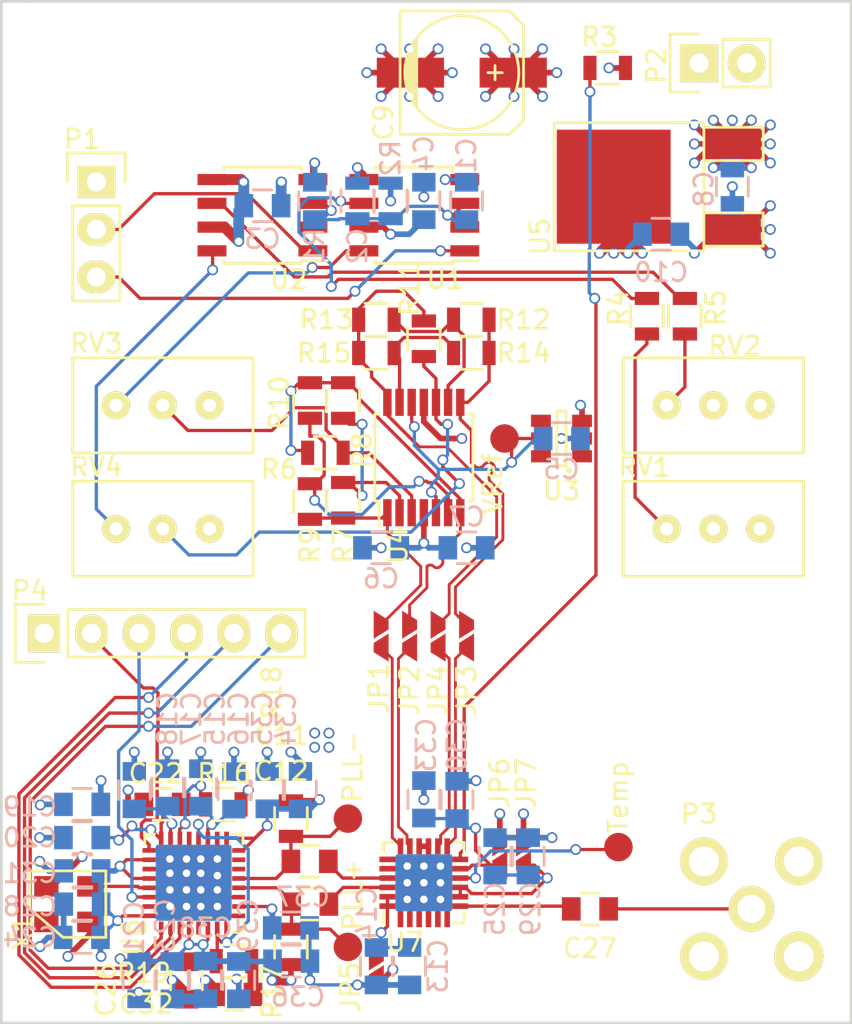
<source format=kicad_pcb>
(kicad_pcb (version 4) (host pcbnew "(2015-09-23 BZR 6209)-product")
  (layers (0 F.Cu signal) (1 In1.Cu power) (2 In2.Cu power) (31 B.Cu signal) (36 B.SilkS user) (37 F.SilkS user) (38 B.Mask user) (39 F.Mask user) (44 Edge.Cuts user))
  (net 0 "")
  (net 1 "Net-(C1-Pad1)")
  (net 2 GND)
  (net 3 +5V)
  (net 4 Vref)
  (net 5 +3V3)
  (net 6 "Net-(C15-Pad1)")
  (net 7 "Net-(C17-Pad1)")
  (net 8 "Net-(C26-Pad1)")
  (net 9 "Net-(C30-Pad2)")
  (net 10 "Net-(P1-Pad2)")
  (net 11 PLLLock)
  (net 12 PLLMuxOut)
  (net 13 PLLLe)
  (net 14 PLLDataIn)
  (net 15 PLLClkIn)
  (net 16 Tx_En)
  (net 17 "Net-(R4-Pad1)")
  (net 18 "Net-(R4-Pad2)")
  (net 19 "Net-(R5-Pad1)")
  (net 20 "Net-(R5-Pad2)")
  (net 21 "Net-(R6-Pad2)")
  (net 22 "Net-(R7-Pad2)")
  (net 23 "Net-(R10-Pad2)")
  (net 24 "Net-(R11-Pad2)")
  (net 25 "Net-(R12-Pad2)")
  (net 26 "Net-(R14-Pad2)")
  (net 27 "Net-(R16-Pad1)")
  (net 28 "Net-(RV3-Pad1)")
  (net 29 "Net-(RV4-Pad1)")
  (net 30 "Net-(U6-Pad29)")
  (net 31 "Net-(U7-Pad10)")
  (net 32 PLLOut_N)
  (net 33 PLLOut_P)
  (net 34 Q_P)
  (net 35 Q_N)
  (net 36 I_P)
  (net 37 I_N)
  (net 38 /PLL_P)
  (net 39 /PLL_N)
  (net 40 /pQ_P)
  (net 41 /pQ_N)
  (net 42 /pI_P)
  (net 43 /pI_N)
  (net 44 "Net-(C13-Pad2)")
  (net 45 "Net-(C20-Pad1)")
  (net 46 "Net-(C25-Pad2)")
  (net 47 "Net-(C27-Pad1)")
  (net 48 "Net-(C27-Pad2)")
  (net 49 "Net-(C32-Pad1)")
  (net 50 "Net-(P1-Pad3)")
  (module Footprints:SolderJump (layer F.Cu) (at 104.14 69.85 90)
    (fp_text reference JP5 (at -1.143 -1.397 90) (layer F.SilkS))
    (fp_text value Jumper_NO_Small)
    (pad 1 smd trapezoid (at -0.7112 0 90) (size 1 0.8) (rect_delta 0 0.5) (layers F.Cu F.Mask) (net 3 +5V))
    (pad 2 smd trapezoid (at 0.508 0 270) (size 1 0.8) (rect_delta 0 0.5) (layers F.Cu F.Mask) (net 44 "Net-(C13-Pad2)"))
  )
  (module Capacitors_SMD:C_0805 (layer B.Cu) (at 108.966 28.956 90)
    (fp_text reference C1 (at 2.413 0 90) (layer B.SilkS) (effects (justify mirror)))
    (fp_text value 1u)
    (pad 1 smd rect (at -1 0 90) (size 1 1.25) (layers B.Cu B.Mask) (net 1 "Net-(C1-Pad1)"))
    (pad 2 smd rect (at 1 0 90) (size 1 1.25) (layers B.Cu B.Mask) (net 2 GND))
  )
  (module Capacitors_SMD:C_0805 (layer B.Cu) (at 100.838 28.956 90)
    (fp_text reference C2 (at -2.413 2.286 90) (layer B.SilkS) (effects (justify mirror)))
    (fp_text value 1u)
    (pad 1 smd rect (at -1 0 90) (size 1 1.25) (layers B.Cu B.Mask) (net 1 "Net-(C1-Pad1)"))
    (pad 2 smd rect (at 1 0 90) (size 1 1.25) (layers B.Cu B.Mask) (net 2 GND))
  )
  (module Capacitors_SMD:C_0805 (layer B.Cu) (at 98.044 29.21)
    (fp_text reference C3 (at 0 1.778) (layer B.SilkS) (effects (justify mirror)))
    (fp_text value 1u)
    (pad 1 smd rect (at -1 0) (size 1 1.25) (layers B.Cu B.Mask) (net 3 +5V))
    (pad 2 smd rect (at 1 0) (size 1 1.25) (layers B.Cu B.Mask) (net 2 GND))
  )
  (module Capacitors_SMD:C_0805 (layer B.Cu) (at 106.68 28.956 90)
    (fp_text reference C4 (at 2.54 0 90) (layer B.SilkS) (effects (justify mirror)))
    (fp_text value 1u)
    (pad 1 smd rect (at -1 0 90) (size 1 1.25) (layers B.Cu B.Mask) (net 3 +5V))
    (pad 2 smd rect (at 1 0 90) (size 1 1.25) (layers B.Cu B.Mask) (net 2 GND))
  )
  (module Capacitors_SMD:C_0805 (layer B.Cu) (at 114.062 41.656)
    (fp_text reference C5 (at -0.016 1.651) (layer B.SilkS) (effects (justify mirror)))
    (fp_text value 0.1u)
    (pad 1 smd rect (at -1 0) (size 1 1.25) (layers B.Cu B.Mask) (net 4 Vref))
    (pad 2 smd rect (at 1 0) (size 1 1.25) (layers B.Cu B.Mask) (net 2 GND))
  )
  (module Capacitors_SMD:C_0805 (layer B.Cu) (at 104.394 47.498)
    (fp_text reference C6 (at 0 1.651) (layer B.SilkS) (effects (justify mirror)))
    (fp_text value 0.1u)
    (pad 1 smd rect (at -1 0) (size 1 1.25) (layers B.Cu B.Mask) (net 2 GND))
    (pad 2 smd rect (at 1 0) (size 1 1.25) (layers B.Cu B.Mask) (net 3 +5V))
  )
  (module Capacitors_SMD:C_0805 (layer B.Cu) (at 108.966 47.498 180)
    (fp_text reference C7 (at 0 1.651 180) (layer B.SilkS) (effects (justify mirror)))
    (fp_text value 0.1u)
    (pad 1 smd rect (at -1 0 180) (size 1 1.25) (layers B.Cu B.Mask) (net 2 GND))
    (pad 2 smd rect (at 1 0 180) (size 1 1.25) (layers B.Cu B.Mask) (net 3 +5V))
  )
  (module Capacitors_SMD:C_0805 (layer B.Cu) (at 123.19 28.194 270)
    (fp_text reference C8 (at 0.127 1.524 270) (layer B.SilkS) (effects (justify mirror)))
    (fp_text value 1u)
    (pad 1 smd rect (at -1 0 270) (size 1 1.25) (layers B.Cu B.Mask) (net 3 +5V))
    (pad 2 smd rect (at 1 0 270) (size 1 1.25) (layers B.Cu B.Mask) (net 2 GND))
  )
  (module Capacitors_SMD:c_elec_6.3x5.8 (layer F.Cu) (at 108.712 22.098)
    (fp_text reference C9 (at -4.191 2.667 90) (layer F.SilkS))
    (fp_text value 100u)
    (pad 1 smd rect (at 2.75082 0) (size 3.59918 1.6002) (layers F.Cu F.Mask) (net 3 +5V))
    (pad 2 smd rect (at -2.75082 0) (size 3.59918 1.6002) (layers F.Cu F.Mask) (net 2 GND))
  )
  (module Capacitors_SMD:C_0805 (layer B.Cu) (at 119.38 30.734)
    (fp_text reference C10 (at 0 2.032) (layer B.SilkS) (effects (justify mirror)))
    (fp_text value 10u)
    (pad 1 smd rect (at -1 0) (size 1 1.25) (layers B.Cu B.Mask) (net 5 +3V3))
    (pad 2 smd rect (at 1 0) (size 1 1.25) (layers B.Cu B.Mask) (net 2 GND))
  )
  (module Capacitors_SMD:C_0805 (layer F.Cu) (at 100.568 64.262 180)
    (fp_text reference C11 (at 1.508 6.731 180) (layer F.SilkS))
    (fp_text value 100p)
    (pad 1 smd rect (at -1 0 180) (size 1 1.25) (layers F.Cu F.Mask) (net 38 /PLL_P))
    (pad 2 smd rect (at 1 0 180) (size 1 1.25) (layers F.Cu F.Mask) (net 32 PLLOut_N))
  )
  (module Capacitors_SMD:C_0805 (layer F.Cu) (at 100.6 66.548 180)
    (fp_text reference C12 (at 1.54 7.112 180) (layer F.SilkS))
    (fp_text value 100p)
    (pad 1 smd rect (at -1 0 180) (size 1 1.25) (layers F.Cu F.Mask) (net 39 /PLL_N))
    (pad 2 smd rect (at 1 0 180) (size 1 1.25) (layers F.Cu F.Mask) (net 33 PLLOut_P))
  )
  (module Capacitors_SMD:C_0805 (layer B.Cu) (at 105.918 69.866 90)
    (fp_text reference C13 (at 0 1.524 90) (layer B.SilkS) (effects (justify mirror)))
    (fp_text value 1u)
    (pad 1 smd rect (at -1 0 90) (size 1 1.25) (layers B.Cu B.Mask) (net 2 GND))
    (pad 2 smd rect (at 1 0 90) (size 1 1.25) (layers B.Cu B.Mask) (net 44 "Net-(C13-Pad2)"))
  )
  (module Capacitors_SMD:C_0805 (layer B.Cu) (at 104.14 69.866 90)
    (fp_text reference C14 (at 2.81 -0.508 90) (layer B.SilkS) (effects (justify mirror)))
    (fp_text value 0.1u)
    (pad 1 smd rect (at -1 0 90) (size 1 1.25) (layers B.Cu B.Mask) (net 2 GND))
    (pad 2 smd rect (at 1 0 90) (size 1 1.25) (layers B.Cu B.Mask) (net 44 "Net-(C13-Pad2)"))
  )
  (module Capacitors_SMD:C_0805 (layer B.Cu) (at 94.742 60.309 90)
    (fp_text reference C15 (at 3.667 0.762 90) (layer B.SilkS) (effects (justify mirror)))
    (fp_text value 10p)
    (pad 1 smd rect (at -1 0 90) (size 1 1.25) (layers B.Cu B.Mask) (net 6 "Net-(C15-Pad1)"))
    (pad 2 smd rect (at 1 0 90) (size 1 1.25) (layers B.Cu B.Mask) (net 2 GND))
  )
  (module Capacitors_SMD:C_0805 (layer B.Cu) (at 96.52 60.468 90)
    (fp_text reference C16 (at 3.826 0.254 90) (layer B.SilkS) (effects (justify mirror)))
    (fp_text value 0.1u)
    (pad 1 smd rect (at -1 0 90) (size 1 1.25) (layers B.Cu B.Mask) (net 6 "Net-(C15-Pad1)"))
    (pad 2 smd rect (at 1 0 90) (size 1 1.25) (layers B.Cu B.Mask) (net 2 GND))
  )
  (module Capacitors_SMD:C_0805 (layer B.Cu) (at 92.964 60.309 90)
    (fp_text reference C17 (at 3.667 1.27 90) (layer B.SilkS) (effects (justify mirror)))
    (fp_text value 10p)
    (pad 1 smd rect (at -1 0 90) (size 1 1.25) (layers B.Cu B.Mask) (net 7 "Net-(C17-Pad1)"))
    (pad 2 smd rect (at 1 0 90) (size 1 1.25) (layers B.Cu B.Mask) (net 2 GND))
  )
  (module Capacitors_SMD:C_0805 (layer B.Cu) (at 91.186 60.452 90)
    (fp_text reference C18 (at 3.81 1.778 90) (layer B.SilkS) (effects (justify mirror)))
    (fp_text value 0.1u)
    (pad 1 smd rect (at -1 0 90) (size 1 1.25) (layers B.Cu B.Mask) (net 7 "Net-(C17-Pad1)"))
    (pad 2 smd rect (at 1 0 90) (size 1 1.25) (layers B.Cu B.Mask) (net 2 GND))
  )
  (module Capacitors_SMD:C_0805 (layer B.Cu) (at 88.392 61.214 180)
    (fp_text reference C19 (at 2.794 -0.127 180) (layer B.SilkS) (effects (justify mirror)))
    (fp_text value 10p)
    (pad 1 smd rect (at -1 0 180) (size 1 1.25) (layers B.Cu B.Mask) (net 5 +3V3))
    (pad 2 smd rect (at 1 0 180) (size 1 1.25) (layers B.Cu B.Mask) (net 2 GND))
  )
  (module Capacitors_SMD:C_0805 (layer B.Cu) (at 88.392 62.992 180)
    (fp_text reference C20 (at 2.794 0 180) (layer B.SilkS) (effects (justify mirror)))
    (fp_text value 10p)
    (pad 1 smd rect (at -1 0 180) (size 1 1.25) (layers B.Cu B.Mask) (net 45 "Net-(C20-Pad1)"))
    (pad 2 smd rect (at 1 0 180) (size 1 1.25) (layers B.Cu B.Mask) (net 2 GND))
  )
  (module Capacitors_SMD:C_0805 (layer B.Cu) (at 91.44 70.612 270)
    (fp_text reference C21 (at -2.794 0.254 270) (layer B.SilkS) (effects (justify mirror)))
    (fp_text value 0.1u)
    (pad 1 smd rect (at -1 0 270) (size 1 1.25) (layers B.Cu B.Mask) (net 5 +3V3))
    (pad 2 smd rect (at 1 0 270) (size 1 1.25) (layers B.Cu B.Mask) (net 2 GND))
  )
  (module Capacitors_SMD:C_0805 (layer F.Cu) (at 92.694 61.214 180)
    (fp_text reference C22 (at 0.365 1.651 180) (layer F.SilkS))
    (fp_text value 0.1u)
    (pad 1 smd rect (at -1 0 180) (size 1 1.25) (layers F.Cu F.Mask) (net 45 "Net-(C20-Pad1)"))
    (pad 2 smd rect (at 1 0 180) (size 1 1.25) (layers F.Cu F.Mask) (net 2 GND))
  )
  (module Capacitors_SMD:C_0805 (layer B.Cu) (at 93.218 70.612 270)
    (fp_text reference C23 (at -2.921 0.381 270) (layer B.SilkS) (effects (justify mirror)))
    (fp_text value 10p)
    (pad 1 smd rect (at -1 0 270) (size 1 1.25) (layers B.Cu B.Mask) (net 5 +3V3))
    (pad 2 smd rect (at 1 0 270) (size 1 1.25) (layers B.Cu B.Mask) (net 2 GND))
  )
  (module Capacitors_SMD:C_0805 (layer B.Cu) (at 88.376 68.326 180)
    (fp_text reference C24 (at 2.778 0 180) (layer B.SilkS) (effects (justify mirror)))
    (fp_text value 0.1u)
    (pad 1 smd rect (at -1 0 180) (size 1 1.25) (layers B.Cu B.Mask) (net 5 +3V3))
    (pad 2 smd rect (at 1 0 180) (size 1 1.25) (layers B.Cu B.Mask) (net 2 GND))
  )
  (module Capacitors_SMD:C_0805 (layer B.Cu) (at 110.49 63.992 270)
    (fp_text reference C25 (at 2.81 0 270) (layer B.SilkS) (effects (justify mirror)))
    (fp_text value 0.1u)
    (pad 1 smd rect (at -1 0 270) (size 1 1.25) (layers B.Cu B.Mask) (net 2 GND))
    (pad 2 smd rect (at 1 0 270) (size 1 1.25) (layers B.Cu B.Mask) (net 46 "Net-(C25-Pad2)"))
  )
  (module Capacitors_SMD:C_0805 (layer F.Cu) (at 93.98 70.628 270)
    (fp_text reference C26 (at 0.492 4.318 270) (layer F.SilkS))
    (fp_text value 6.77n)
    (pad 1 smd rect (at -1 0 270) (size 1 1.25) (layers F.Cu F.Mask) (net 8 "Net-(C26-Pad1)"))
    (pad 2 smd rect (at 1 0 270) (size 1 1.25) (layers F.Cu F.Mask) (net 2 GND))
  )
  (module Capacitors_SMD:C_0805 (layer F.Cu) (at 115.57 66.802 180)
    (fp_text reference C27 (at 0 -2.1 180) (layer F.SilkS))
    (fp_text value 0.1u)
    (pad 1 smd rect (at -1 0 180) (size 1 1.25) (layers F.Cu F.Mask) (net 47 "Net-(C27-Pad1)"))
    (pad 2 smd rect (at 1 0 180) (size 1 1.25) (layers F.Cu F.Mask) (net 48 "Net-(C27-Pad2)"))
  )
  (module Capacitors_SMD:C_0805 (layer B.Cu) (at 88.408 66.548 180)
    (fp_text reference C28 (at 2.81 -0.127 180) (layer B.SilkS) (effects (justify mirror)))
    (fp_text value 10p)
    (pad 1 smd rect (at -1 0 180) (size 1 1.25) (layers B.Cu B.Mask) (net 5 +3V3))
    (pad 2 smd rect (at 1 0 180) (size 1 1.25) (layers B.Cu B.Mask) (net 2 GND))
  )
  (module Capacitors_SMD:C_0805 (layer B.Cu) (at 112.268 63.992 270)
    (fp_text reference C29 (at 2.81 -0.127 270) (layer B.SilkS) (effects (justify mirror)))
    (fp_text value 1u)
    (pad 1 smd rect (at -1 0 270) (size 1 1.25) (layers B.Cu B.Mask) (net 2 GND))
    (pad 2 smd rect (at 1 0 270) (size 1 1.25) (layers B.Cu B.Mask) (net 46 "Net-(C25-Pad2)"))
  )
  (module Capacitors_SMD:C_0805 (layer B.Cu) (at 108.458 60.976 270)
    (fp_text reference C30 (at -2.937 0 270) (layer B.SilkS) (effects (justify mirror)))
    (fp_text value 0.1u)
    (pad 1 smd rect (at -1 0 270) (size 1 1.25) (layers B.Cu B.Mask) (net 2 GND))
    (pad 2 smd rect (at 1 0 270) (size 1 1.25) (layers B.Cu B.Mask) (net 9 "Net-(C30-Pad2)"))
  )
  (module Capacitors_SMD:C_0805 (layer B.Cu) (at 88.408 64.77 180)
    (fp_text reference C31 (at 2.81 -0.127 180) (layer B.SilkS) (effects (justify mirror)))
    (fp_text value 0.1u)
    (pad 1 smd rect (at -1 0 180) (size 1 1.25) (layers B.Cu B.Mask) (net 5 +3V3))
    (pad 2 smd rect (at 1 0 180) (size 1 1.25) (layers B.Cu B.Mask) (net 2 GND))
  )
  (module Capacitors_SMD:C_0805 (layer F.Cu) (at 96.536 71.374 180)
    (fp_text reference C32 (at 4.715 -0.508 180) (layer F.SilkS))
    (fp_text value 32.7n)
    (pad 1 smd rect (at -1 0 180) (size 1 1.25) (layers F.Cu F.Mask) (net 49 "Net-(C32-Pad1)"))
    (pad 2 smd rect (at 1 0 180) (size 1 1.25) (layers F.Cu F.Mask) (net 2 GND))
  )
  (module Capacitors_SMD:C_0805 (layer B.Cu) (at 106.68 60.944 270)
    (fp_text reference C33 (at -2.905 -0.127 270) (layer B.SilkS) (effects (justify mirror)))
    (fp_text value 1u)
    (pad 1 smd rect (at -1 0 270) (size 1 1.25) (layers B.Cu B.Mask) (net 2 GND))
    (pad 2 smd rect (at 1 0 270) (size 1 1.25) (layers B.Cu B.Mask) (net 9 "Net-(C30-Pad2)"))
  )
  (module Capacitors_SMD:C_0805 (layer B.Cu) (at 100.076 60.452 90)
    (fp_text reference C34 (at 3.81 -0.762 90) (layer B.SilkS) (effects (justify mirror)))
    (fp_text value 10p)
    (pad 1 smd rect (at -1 0 90) (size 1 1.25) (layers B.Cu B.Mask) (net 5 +3V3))
    (pad 2 smd rect (at 1 0 90) (size 1 1.25) (layers B.Cu B.Mask) (net 2 GND))
  )
  (module Capacitors_SMD:C_0805 (layer B.Cu) (at 98.298 60.452 90)
    (fp_text reference C35 (at 3.81 -0.254 90) (layer B.SilkS) (effects (justify mirror)))
    (fp_text value 0.1u)
    (pad 1 smd rect (at -1 0 90) (size 1 1.25) (layers B.Cu B.Mask) (net 5 +3V3))
    (pad 2 smd rect (at 1 0 90) (size 1 1.25) (layers B.Cu B.Mask) (net 2 GND))
  )
  (module Capacitors_SMD:C_0805 (layer B.Cu) (at 99.584 69.596)
    (fp_text reference C36 (at 0.365 1.905) (layer B.SilkS) (effects (justify mirror)))
    (fp_text value 10p)
    (pad 1 smd rect (at -1 0) (size 1 1.25) (layers B.Cu B.Mask) (net 5 +3V3))
    (pad 2 smd rect (at 1 0) (size 1 1.25) (layers B.Cu B.Mask) (net 2 GND))
  )
  (module Capacitors_SMD:C_0805 (layer B.Cu) (at 99.568 67.818)
    (fp_text reference C37 (at 0.635 -1.651) (layer B.SilkS) (effects (justify mirror)))
    (fp_text value 0.1u)
    (pad 1 smd rect (at -1 0) (size 1 1.25) (layers B.Cu B.Mask) (net 5 +3V3))
    (pad 2 smd rect (at 1 0) (size 1 1.25) (layers B.Cu B.Mask) (net 2 GND))
  )
  (module Capacitors_SMD:C_0805 (layer B.Cu) (at 94.996 70.596 270)
    (fp_text reference C38 (at -2.778 0 360) (layer B.SilkS) (effects (justify mirror)))
    (fp_text value 10p)
    (pad 1 smd rect (at -1 0 270) (size 1 1.25) (layers B.Cu B.Mask) (net 5 +3V3))
    (pad 2 smd rect (at 1 0 270) (size 1 1.25) (layers B.Cu B.Mask) (net 2 GND))
  )
  (module Capacitors_SMD:C_0805 (layer B.Cu) (at 96.774 70.612 270)
    (fp_text reference C39 (at -2.921 -0.508 270) (layer B.SilkS) (effects (justify mirror)))
    (fp_text value 0.1u)
    (pad 1 smd rect (at -1 0 270) (size 1 1.25) (layers B.Cu B.Mask) (net 5 +3V3))
    (pad 2 smd rect (at 1 0 270) (size 1 1.25) (layers B.Cu B.Mask) (net 2 GND))
  )
  (module Footprints:SolderJump (layer F.Cu) (at 104.394 52.324 270)
    (fp_text reference JP1 (at 2.667 0.127 270) (layer F.SilkS))
    (fp_text value Jumper_NO_Small)
    (pad 1 smd trapezoid (at -0.7112 0 270) (size 1 0.8) (rect_delta 0 0.5) (layers F.Cu F.Mask) (net 40 /pQ_P))
    (pad 2 smd trapezoid (at 0.508 0 90) (size 1 0.8) (rect_delta 0 0.5) (layers F.Cu F.Mask) (net 34 Q_P))
  )
  (module Footprints:SolderJump (layer F.Cu) (at 105.918 52.324 270)
    (fp_text reference JP2 (at 2.794 0 270) (layer F.SilkS))
    (fp_text value Jumper_NO_Small)
    (pad 1 smd trapezoid (at -0.7112 0 270) (size 1 0.8) (rect_delta 0 0.5) (layers F.Cu F.Mask) (net 41 /pQ_N))
    (pad 2 smd trapezoid (at 0.508 0 90) (size 1 0.8) (rect_delta 0 0.5) (layers F.Cu F.Mask) (net 35 Q_N))
  )
  (module Footprints:SolderJump (layer F.Cu) (at 108.966 52.324 270)
    (fp_text reference JP3 (at 2.794 0 270) (layer F.SilkS))
    (fp_text value Jumper_NO_Small)
    (pad 1 smd trapezoid (at -0.7112 0 270) (size 1 0.8) (rect_delta 0 0.5) (layers F.Cu F.Mask) (net 42 /pI_P))
    (pad 2 smd trapezoid (at 0.508 0 90) (size 1 0.8) (rect_delta 0 0.5) (layers F.Cu F.Mask) (net 36 I_P))
  )
  (module Footprints:SolderJump (layer F.Cu) (at 107.442 52.324 270)
    (fp_text reference JP4 (at 2.794 0 270) (layer F.SilkS))
    (fp_text value Jumper_NO_Small)
    (pad 1 smd trapezoid (at -0.7112 0 270) (size 1 0.8) (rect_delta 0 0.5) (layers F.Cu F.Mask) (net 43 /pI_N))
    (pad 2 smd trapezoid (at 0.508 0 90) (size 1 0.8) (rect_delta 0 0.5) (layers F.Cu F.Mask) (net 37 I_N))
  )
  (module Footprints:SolderJump (layer F.Cu) (at 110.744 63.754 90)
    (fp_text reference JP6 (at 3.683 0 90) (layer F.SilkS))
    (fp_text value Jumper_NO_Small)
    (pad 1 smd trapezoid (at -0.7112 0 90) (size 1 0.8) (rect_delta 0 0.5) (layers F.Cu F.Mask) (net 9 "Net-(C30-Pad2)"))
    (pad 2 smd trapezoid (at 0.508 0 270) (size 1 0.8) (rect_delta 0 0.5) (layers F.Cu F.Mask) (net 3 +5V))
  )
  (module Footprints:SolderJump (layer F.Cu) (at 112.014 63.754 90)
    (fp_text reference JP7 (at 3.683 0.127 90) (layer F.SilkS))
    (fp_text value Jumper_NO_Small)
    (pad 1 smd trapezoid (at -0.7112 0 90) (size 1 0.8) (rect_delta 0 0.5) (layers F.Cu F.Mask) (net 46 "Net-(C25-Pad2)"))
    (pad 2 smd trapezoid (at 0.508 0 270) (size 1 0.8) (rect_delta 0 0.5) (layers F.Cu F.Mask) (net 3 +5V))
  )
  (module Resistors_SMD:R_0805 (layer B.Cu) (at 103.124 28.956 270)
    (fp_text reference R1 (at 2.413 2.286 270) (layer B.SilkS) (effects (justify mirror)))
    (fp_text value 2.49k)
    (pad 1 smd rect (at -0.95 0 270) (size 0.7 1.3) (layers B.Cu B.Mask) (net 3 +5V))
    (pad 2 smd rect (at 0.95 0 270) (size 0.7 1.3) (layers B.Cu B.Mask) (net 1 "Net-(C1-Pad1)"))
  )
  (module Resistors_SMD:R_0805 (layer B.Cu) (at 104.902 28.956 90)
    (fp_text reference R2 (at 2.286 0 90) (layer B.SilkS) (effects (justify mirror)))
    (fp_text value 1.65k)
    (pad 1 smd rect (at -0.95 0 90) (size 0.7 1.3) (layers B.Cu B.Mask) (net 1 "Net-(C1-Pad1)"))
    (pad 2 smd rect (at 0.95 0 90) (size 0.7 1.3) (layers B.Cu B.Mask) (net 2 GND))
  )
  (module Resistors_SMD:R_0805 (layer F.Cu) (at 116.52 21.844)
    (fp_text reference R3 (at -0.442 -1.651) (layer F.SilkS))
    (fp_text value 10k)
    (pad 1 smd rect (at -0.95 0) (size 0.7 1.3) (layers F.Cu F.Mask) (net 16 Tx_En))
    (pad 2 smd rect (at 0.95 0) (size 0.7 1.3) (layers F.Cu F.Mask) (net 2 GND))
  )
  (module Resistors_SMD:R_0805 (layer F.Cu) (at 118.618 35.118 90)
    (fp_text reference R4 (at 0.447 -1.524 90) (layer F.SilkS))
    (fp_text value 5k)
    (pad 1 smd rect (at -0.95 0 90) (size 0.7 1.3) (layers F.Cu F.Mask) (net 17 "Net-(R4-Pad1)"))
    (pad 2 smd rect (at 0.95 0 90) (size 0.7 1.3) (layers F.Cu F.Mask) (net 18 "Net-(R4-Pad2)"))
  )
  (module Resistors_SMD:R_0805 (layer F.Cu) (at 120.65 35.118 90)
    (fp_text reference R5 (at 0.447 1.651 90) (layer F.SilkS))
    (fp_text value 5k)
    (pad 1 smd rect (at -0.95 0 90) (size 0.7 1.3) (layers F.Cu F.Mask) (net 19 "Net-(R5-Pad1)"))
    (pad 2 smd rect (at 0.95 0 90) (size 0.7 1.3) (layers F.Cu F.Mask) (net 20 "Net-(R5-Pad2)"))
  )
  (module Resistors_SMD:R_0805 (layer F.Cu) (at 101.412 42.418)
    (fp_text reference R6 (at -2.479 0.889) (layer F.SilkS))
    (fp_text value 10k)
    (pad 1 smd rect (at -0.95 0) (size 0.7 1.3) (layers F.Cu F.Mask) (net 41 /pQ_N))
    (pad 2 smd rect (at 0.95 0) (size 0.7 1.3) (layers F.Cu F.Mask) (net 21 "Net-(R6-Pad2)"))
  )
  (module Resistors_SMD:R_0805 (layer F.Cu) (at 102.362 44.958 90)
    (fp_text reference R7 (at -2.413 0 90) (layer F.SilkS))
    (fp_text value 2.2k)
    (pad 1 smd rect (at -0.95 0 90) (size 0.7 1.3) (layers F.Cu F.Mask) (net 40 /pQ_P))
    (pad 2 smd rect (at 0.95 0 90) (size 0.7 1.3) (layers F.Cu F.Mask) (net 22 "Net-(R7-Pad2)"))
  )
  (module Resistors_SMD:R_0805 (layer F.Cu) (at 102.362 39.624 270)
    (fp_text reference R8 (at 2.667 -1.016 270) (layer F.SilkS))
    (fp_text value 2.2k)
    (pad 1 smd rect (at -0.95 0 270) (size 0.7 1.3) (layers F.Cu F.Mask) (net 41 /pQ_N))
    (pad 2 smd rect (at 0.95 0 270) (size 0.7 1.3) (layers F.Cu F.Mask) (net 22 "Net-(R7-Pad2)"))
  )
  (module Resistors_SMD:R_0805 (layer F.Cu) (at 100.584 45.024 90)
    (fp_text reference R9 (at -2.347 0 90) (layer F.SilkS))
    (fp_text value 2.2k)
    (pad 1 smd rect (at -0.95 0 90) (size 0.7 1.3) (layers F.Cu F.Mask) (net 40 /pQ_P))
    (pad 2 smd rect (at 0.95 0 90) (size 0.7 1.3) (layers F.Cu F.Mask) (net 23 "Net-(R10-Pad2)"))
  )
  (module Resistors_SMD:R_0805 (layer F.Cu) (at 100.584 39.624 270)
    (fp_text reference R10 (at 0.127 1.651 270) (layer F.SilkS))
    (fp_text value 2.2k)
    (pad 1 smd rect (at -0.95 0 270) (size 0.7 1.3) (layers F.Cu F.Mask) (net 41 /pQ_N))
    (pad 2 smd rect (at 0.95 0 270) (size 0.7 1.3) (layers F.Cu F.Mask) (net 23 "Net-(R10-Pad2)"))
  )
  (module Resistors_SMD:R_0805 (layer F.Cu) (at 106.68 36.322 270)
    (fp_text reference R11 (at -2.667 0.762 270) (layer F.SilkS))
    (fp_text value 10k)
    (pad 1 smd rect (at -0.95 0 270) (size 0.7 1.3) (layers F.Cu F.Mask) (net 43 /pI_N))
    (pad 2 smd rect (at 0.95 0 270) (size 0.7 1.3) (layers F.Cu F.Mask) (net 24 "Net-(R11-Pad2)"))
  )
  (module Resistors_SMD:R_0805 (layer F.Cu) (at 109.22 35.306 180)
    (fp_text reference R12 (at -2.794 0 180) (layer F.SilkS))
    (fp_text value 2.2k)
    (pad 1 smd rect (at -0.95 0 180) (size 0.7 1.3) (layers F.Cu F.Mask) (net 42 /pI_P))
    (pad 2 smd rect (at 0.95 0 180) (size 0.7 1.3) (layers F.Cu F.Mask) (net 25 "Net-(R12-Pad2)"))
  )
  (module Resistors_SMD:R_0805 (layer F.Cu) (at 104.14 35.306)
    (fp_text reference R13 (at -2.667 0) (layer F.SilkS))
    (fp_text value 2.2k)
    (pad 1 smd rect (at -0.95 0) (size 0.7 1.3) (layers F.Cu F.Mask) (net 43 /pI_N))
    (pad 2 smd rect (at 0.95 0) (size 0.7 1.3) (layers F.Cu F.Mask) (net 25 "Net-(R12-Pad2)"))
  )
  (module Resistors_SMD:R_0805 (layer F.Cu) (at 109.22 37.084 180)
    (fp_text reference R14 (at -2.794 0 180) (layer F.SilkS))
    (fp_text value 2.2k)
    (pad 1 smd rect (at -0.95 0 180) (size 0.7 1.3) (layers F.Cu F.Mask) (net 42 /pI_P))
    (pad 2 smd rect (at 0.95 0 180) (size 0.7 1.3) (layers F.Cu F.Mask) (net 26 "Net-(R14-Pad2)"))
  )
  (module Resistors_SMD:R_0805 (layer F.Cu) (at 104.14 37.084)
    (fp_text reference R15 (at -2.794 0) (layer F.SilkS))
    (fp_text value 2.2k)
    (pad 1 smd rect (at -0.95 0) (size 0.7 1.3) (layers F.Cu F.Mask) (net 43 /pI_N))
    (pad 2 smd rect (at 0.95 0) (size 0.7 1.3) (layers F.Cu F.Mask) (net 26 "Net-(R14-Pad2)"))
  )
  (module Resistors_SMD:R_0805 (layer F.Cu) (at 95.946 61.214)
    (fp_text reference R16 (at 0.066 -1.651) (layer F.SilkS))
    (fp_text value 5.1k)
    (pad 1 smd rect (at -0.95 0) (size 0.7 1.3) (layers F.Cu F.Mask) (net 27 "Net-(R16-Pad1)"))
    (pad 2 smd rect (at 0.95 0) (size 0.7 1.3) (layers F.Cu F.Mask) (net 2 GND))
  )
  (module Resistors_SMD:R_0805 (layer F.Cu) (at 99.568 68.834 90)
    (fp_text reference R17 (at -2.413 -1.016 90) (layer F.SilkS))
    (fp_text value 50)
    (pad 1 smd rect (at -0.95 0 90) (size 0.7 1.3) (layers F.Cu F.Mask) (net 5 +3V3))
    (pad 2 smd rect (at 0.95 0 90) (size 0.7 1.3) (layers F.Cu F.Mask) (net 33 PLLOut_P))
  )
  (module Resistors_SMD:R_0805 (layer F.Cu) (at 99.568 61.976 270)
    (fp_text reference R18 (at -6.731 1.016 270) (layer F.SilkS))
    (fp_text value 50)
    (pad 1 smd rect (at -0.95 0 270) (size 0.7 1.3) (layers F.Cu F.Mask) (net 5 +3V3))
    (pad 2 smd rect (at 0.95 0 270) (size 0.7 1.3) (layers F.Cu F.Mask) (net 32 PLLOut_N))
  )
  (module Resistors_SMD:R_0805 (layer F.Cu) (at 96.52 69.596)
    (fp_text reference R19 (at -4.826 0.635) (layer F.SilkS))
    (fp_text value 11.8k)
    (pad 1 smd rect (at -0.95 0) (size 0.7 1.3) (layers F.Cu F.Mask) (net 8 "Net-(C26-Pad1)"))
    (pad 2 smd rect (at 0.95 0) (size 0.7 1.3) (layers F.Cu F.Mask) (net 49 "Net-(C32-Pad1)"))
  )
  (module Footprints:PV36W (layer F.Cu) (at 122.174 46.482)
    (fp_text reference RV1 (at -3.683 -3.302) (layer F.SilkS))
    (fp_text value 20k)
    (pad 2 thru_hole circle (at 0 0) (size 1.5 1.5) (drill 0.7) (layers *.Cu *.Mask F.SilkS) (net 3 +5V))
    (pad 1 thru_hole circle (at -2.5 0) (size 1.5 1.5) (drill 0.7) (layers *.Cu *.Mask F.SilkS) (net 17 "Net-(R4-Pad1)"))
    (pad 3 thru_hole circle (at 2.5 0) (size 1.5 1.5) (drill 0.7) (layers *.Cu *.Mask F.SilkS))
  )
  (module Footprints:PV36W (layer F.Cu) (at 122.174 39.878)
    (fp_text reference RV2 (at 1.143 -3.175) (layer F.SilkS))
    (fp_text value 20k)
    (pad 2 thru_hole circle (at 0 0) (size 1.5 1.5) (drill 0.7) (layers *.Cu *.Mask F.SilkS) (net 3 +5V))
    (pad 1 thru_hole circle (at -2.5 0) (size 1.5 1.5) (drill 0.7) (layers *.Cu *.Mask F.SilkS) (net 19 "Net-(R5-Pad1)"))
    (pad 3 thru_hole circle (at 2.5 0) (size 1.5 1.5) (drill 0.7) (layers *.Cu *.Mask F.SilkS))
  )
  (module Footprints:PV36W (layer F.Cu) (at 92.71 39.878)
    (fp_text reference RV3 (at -3.556 -3.302) (layer F.SilkS))
    (fp_text value 20k)
    (pad 2 thru_hole circle (at 0 0) (size 1.5 1.5) (drill 0.7) (layers *.Cu *.Mask F.SilkS) (net 21 "Net-(R6-Pad2)"))
    (pad 1 thru_hole circle (at -2.5 0) (size 1.5 1.5) (drill 0.7) (layers *.Cu *.Mask F.SilkS) (net 28 "Net-(RV3-Pad1)"))
    (pad 3 thru_hole circle (at 2.5 0) (size 1.5 1.5) (drill 0.7) (layers *.Cu *.Mask F.SilkS) (net 2 GND))
  )
  (module Footprints:PV36W (layer F.Cu) (at 92.71 46.482)
    (fp_text reference RV4 (at -3.556 -3.302) (layer F.SilkS))
    (fp_text value 20k)
    (pad 2 thru_hole circle (at 0 0) (size 1.5 1.5) (drill 0.7) (layers *.Cu *.Mask F.SilkS) (net 24 "Net-(R11-Pad2)"))
    (pad 1 thru_hole circle (at -2.5 0) (size 1.5 1.5) (drill 0.7) (layers *.Cu *.Mask F.SilkS) (net 29 "Net-(RV4-Pad1)"))
    (pad 3 thru_hole circle (at 2.5 0) (size 1.5 1.5) (drill 0.7) (layers *.Cu *.Mask F.SilkS) (net 2 GND))
  )
  (module Housings_SOIC:SOIC-8_3.9x4.9mm_Pitch1.27mm (layer F.Cu) (at 106.172 29.718 180)
    (fp_text reference U1 (at -1.651 -3.429 180) (layer F.SilkS))
    (fp_text value LTC1569-7)
    (pad 1 smd rect (at -2.7 -1.905 180) (size 1.55 0.6) (layers F.Cu F.Mask) (net 50 "Net-(P1-Pad3)"))
    (pad 2 smd rect (at -2.7 -0.635 180) (size 1.55 0.6) (layers F.Cu F.Mask) (net 1 "Net-(C1-Pad1)"))
    (pad 3 smd rect (at -2.7 0.635 180) (size 1.55 0.6) (layers F.Cu F.Mask) (net 1 "Net-(C1-Pad1)"))
    (pad 4 smd rect (at -2.7 1.905 180) (size 1.55 0.6) (layers F.Cu F.Mask) (net 2 GND))
    (pad 5 smd rect (at 2.7 1.905 180) (size 1.55 0.6) (layers F.Cu F.Mask) (net 3 +5V))
    (pad 6 smd rect (at 2.7 0.635 180) (size 1.55 0.6) (layers F.Cu F.Mask) (net 18 "Net-(R4-Pad2)"))
    (pad 7 smd rect (at 2.7 -0.635 180) (size 1.55 0.6) (layers F.Cu F.Mask) (net 3 +5V))
    (pad 8 smd rect (at 2.7 -1.905 180) (size 1.55 0.6) (layers F.Cu F.Mask) (net 28 "Net-(RV3-Pad1)"))
  )
  (module Housings_SOIC:SOIC-8_3.9x4.9mm_Pitch1.27mm (layer F.Cu) (at 98.044 29.718 180)
    (fp_text reference U2 (at -1.397 -3.429 180) (layer F.SilkS))
    (fp_text value LTC1569-7)
    (pad 1 smd rect (at -2.7 -1.905 180) (size 1.55 0.6) (layers F.Cu F.Mask) (net 10 "Net-(P1-Pad2)"))
    (pad 2 smd rect (at -2.7 -0.635 180) (size 1.55 0.6) (layers F.Cu F.Mask) (net 1 "Net-(C1-Pad1)"))
    (pad 3 smd rect (at -2.7 0.635 180) (size 1.55 0.6) (layers F.Cu F.Mask) (net 1 "Net-(C1-Pad1)"))
    (pad 4 smd rect (at -2.7 1.905 180) (size 1.55 0.6) (layers F.Cu F.Mask) (net 2 GND))
    (pad 5 smd rect (at 2.7 1.905 180) (size 1.55 0.6) (layers F.Cu F.Mask) (net 3 +5V))
    (pad 6 smd rect (at 2.7 0.635 180) (size 1.55 0.6) (layers F.Cu F.Mask) (net 20 "Net-(R5-Pad2)"))
    (pad 7 smd rect (at 2.7 -0.635 180) (size 1.55 0.6) (layers F.Cu F.Mask) (net 3 +5V))
    (pad 8 smd rect (at 2.7 -1.905 180) (size 1.55 0.6) (layers F.Cu F.Mask) (net 29 "Net-(RV4-Pad1)"))
  )
  (module TO_SOT_Packages_SMD:SOT-23-6 (layer F.Cu) (at 114.046 41.656 180)
    (fp_text reference U3 (at 0 -2.794 180) (layer F.SilkS))
    (fp_text value ADR130)
    (pad 1 smd rect (at -1.1 -0.95 180) (size 1.06 0.65) (layers F.Cu F.Mask))
    (pad 2 smd rect (at -1.1 0 180) (size 1.06 0.65) (layers F.Cu F.Mask) (net 2 GND))
    (pad 3 smd rect (at -1.1 0.95 180) (size 1.06 0.65) (layers F.Cu F.Mask) (net 3 +5V))
    (pad 4 smd rect (at 1.1 0.95 180) (size 1.06 0.65) (layers F.Cu F.Mask) (net 4 Vref))
    (pad 6 smd rect (at 1.1 -0.95 180) (size 1.06 0.65) (layers F.Cu F.Mask))
    (pad 5 smd rect (at 1.1 0 180) (size 1.06 0.65) (layers F.Cu F.Mask) (net 4 Vref))
  )
  (module Housings_SSOP:TSSOP-14_4.4x5mm_Pitch0.65mm (layer F.Cu) (at 106.68 42.672 90)
    (fp_text reference U4 (at -4.699 -1.397 270) (layer F.SilkS))
    (fp_text value LMV324)
    (pad 1 smd rect (at -2.95 -1.95 90) (size 1.45 0.45) (layers F.Cu F.Mask) (net 40 /pQ_P))
    (pad 2 smd rect (at -2.95 -1.3 90) (size 1.45 0.45) (layers F.Cu F.Mask) (net 22 "Net-(R7-Pad2)"))
    (pad 3 smd rect (at -2.95 -0.65 90) (size 1.45 0.45) (layers F.Cu F.Mask) (net 21 "Net-(R6-Pad2)"))
    (pad 4 smd rect (at -2.95 0 90) (size 1.45 0.45) (layers F.Cu F.Mask) (net 3 +5V))
    (pad 5 smd rect (at -2.95 0.65 90) (size 1.45 0.45) (layers F.Cu F.Mask) (net 4 Vref))
    (pad 6 smd rect (at -2.95 1.3 90) (size 1.45 0.45) (layers F.Cu F.Mask) (net 23 "Net-(R10-Pad2)"))
    (pad 7 smd rect (at -2.95 1.95 90) (size 1.45 0.45) (layers F.Cu F.Mask) (net 41 /pQ_N))
    (pad 8 smd rect (at 2.95 1.95 90) (size 1.45 0.45) (layers F.Cu F.Mask) (net 42 /pI_P))
    (pad 9 smd rect (at 2.95 1.3 90) (size 1.45 0.45) (layers F.Cu F.Mask) (net 25 "Net-(R12-Pad2)"))
    (pad 10 smd rect (at 2.95 0.65 90) (size 1.45 0.45) (layers F.Cu F.Mask) (net 24 "Net-(R11-Pad2)"))
    (pad 11 smd rect (at 2.95 0 90) (size 1.45 0.45) (layers F.Cu F.Mask) (net 2 GND))
    (pad 12 smd rect (at 2.95 -0.65 90) (size 1.45 0.45) (layers F.Cu F.Mask) (net 4 Vref))
    (pad 13 smd rect (at 2.95 -1.3 90) (size 1.45 0.45) (layers F.Cu F.Mask) (net 26 "Net-(R14-Pad2)"))
    (pad 14 smd rect (at 2.95 -1.95 90) (size 1.45 0.45) (layers F.Cu F.Mask) (net 43 /pI_N))
  )
  (module TO_SOT_Packages_SMD:TO-252-2Lead (layer F.Cu) (at 123.19 28.194 90)
    (fp_text reference U5 (at -2.667 -10.287 90) (layer F.SilkS))
    (fp_text value LD1117DT33TR)
    (pad 1 smd rect (at -2.286 0 90) (size 1.651 3.048) (layers F.Cu F.Mask) (net 2 GND))
    (pad 2 smd rect (at 0 -6.35 90) (size 6.096 6.096) (layers F.Cu F.Mask) (net 5 +3V3))
    (pad 3 smd rect (at 2.286 0 90) (size 1.651 3.048) (layers F.Cu F.Mask) (net 3 +5V))
  )
  (module Housings_DFN_QFN:QFN-32-1EP_5x5mm_Pitch0.5mm (layer F.Cu) (at 94.374 65.425 90)
    (fp_text reference U6 (at -2.901 -3.315 90) (layer F.SilkS))
    (fp_text value ADF4351)
    (pad 1 smd rect (at -2.4 -1.75 90) (size 0.7 0.25) (layers F.Cu F.Mask) (net 15 PLLClkIn))
    (pad 2 smd rect (at -2.4 -1.25 90) (size 0.7 0.25) (layers F.Cu F.Mask) (net 14 PLLDataIn))
    (pad 3 smd rect (at -2.4 -0.75 90) (size 0.7 0.25) (layers F.Cu F.Mask) (net 13 PLLLe))
    (pad 4 smd rect (at -2.4 -0.25 90) (size 0.7 0.25) (layers F.Cu F.Mask) (net 5 +3V3))
    (pad 5 smd rect (at -2.4 0.25 90) (size 0.7 0.25) (layers F.Cu F.Mask))
    (pad 6 smd rect (at -2.4 0.75 90) (size 0.7 0.25) (layers F.Cu F.Mask) (net 5 +3V3))
    (pad 7 smd rect (at -2.4 1.25 90) (size 0.7 0.25) (layers F.Cu F.Mask) (net 8 "Net-(C26-Pad1)"))
    (pad 8 smd rect (at -2.4 1.75 90) (size 0.7 0.25) (layers F.Cu F.Mask) (net 2 GND))
    (pad 9 smd rect (at -1.75 2.4 180) (size 0.7 0.25) (layers F.Cu F.Mask) (net 2 GND))
    (pad 10 smd rect (at -1.25 2.4 180) (size 0.7 0.25) (layers F.Cu F.Mask) (net 5 +3V3))
    (pad 11 smd rect (at -0.75 2.4 180) (size 0.7 0.25) (layers F.Cu F.Mask) (net 2 GND))
    (pad 12 smd rect (at -0.25 2.4 180) (size 0.7 0.25) (layers F.Cu F.Mask) (net 33 PLLOut_P))
    (pad 13 smd rect (at 0.25 2.4 180) (size 0.7 0.25) (layers F.Cu F.Mask) (net 32 PLLOut_N))
    (pad 14 smd rect (at 0.75 2.4 180) (size 0.7 0.25) (layers F.Cu F.Mask))
    (pad 15 smd rect (at 1.25 2.4 180) (size 0.7 0.25) (layers F.Cu F.Mask))
    (pad 16 smd rect (at 1.75 2.4 180) (size 0.7 0.25) (layers F.Cu F.Mask) (net 5 +3V3))
    (pad 17 smd rect (at 2.4 1.75 90) (size 0.7 0.25) (layers F.Cu F.Mask) (net 5 +3V3))
    (pad 18 smd rect (at 2.4 1.25 90) (size 0.7 0.25) (layers F.Cu F.Mask) (net 2 GND))
    (pad 19 smd rect (at 2.4 0.75 90) (size 0.7 0.25) (layers F.Cu F.Mask) (net 6 "Net-(C15-Pad1)"))
    (pad 20 smd rect (at 2.4 0.25 90) (size 0.7 0.25) (layers F.Cu F.Mask) (net 8 "Net-(C26-Pad1)"))
    (pad 21 smd rect (at 2.4 -0.25 90) (size 0.7 0.25) (layers F.Cu F.Mask) (net 2 GND))
    (pad 22 smd rect (at 2.4 -0.75 90) (size 0.7 0.25) (layers F.Cu F.Mask) (net 27 "Net-(R16-Pad1)"))
    (pad 23 smd rect (at 2.4 -1.25 90) (size 0.7 0.25) (layers F.Cu F.Mask) (net 7 "Net-(C17-Pad1)"))
    (pad 24 smd rect (at 2.4 -1.75 90) (size 0.7 0.25) (layers F.Cu F.Mask) (net 45 "Net-(C20-Pad1)"))
    (pad 25 smd rect (at 1.75 -2.4 180) (size 0.7 0.25) (layers F.Cu F.Mask) (net 11 PLLLock))
    (pad 26 smd rect (at 1.25 -2.4 180) (size 0.7 0.25) (layers F.Cu F.Mask) (net 5 +3V3))
    (pad 27 smd rect (at 0.75 -2.4 180) (size 0.7 0.25) (layers F.Cu F.Mask) (net 2 GND))
    (pad 28 smd rect (at 0.25 -2.4 180) (size 0.7 0.25) (layers F.Cu F.Mask) (net 5 +3V3))
    (pad 29 smd rect (at -0.25 -2.4 180) (size 0.7 0.25) (layers F.Cu F.Mask) (net 30 "Net-(U6-Pad29)"))
    (pad 30 smd rect (at -0.75 -2.4 180) (size 0.7 0.25) (layers F.Cu F.Mask) (net 12 PLLMuxOut))
    (pad 31 smd rect (at -1.25 -2.4 180) (size 0.7 0.25) (layers F.Cu F.Mask) (net 2 GND))
    (pad 32 smd rect (at -1.75 -2.4 180) (size 0.7 0.25) (layers F.Cu F.Mask) (net 5 +3V3))
    (pad 33 smd rect (at 0.8625 0.8625 90) (size 1.725 1.725) (layers F.Cu F.Mask) (net 2 GND))
    (pad 33 smd rect (at 0.8625 -0.8625 90) (size 1.725 1.725) (layers F.Cu F.Mask) (net 2 GND))
    (pad 33 smd rect (at -0.8625 0.8625 90) (size 1.725 1.725) (layers F.Cu F.Mask) (net 2 GND))
    (pad 33 smd rect (at -0.8625 -0.8625 90) (size 1.725 1.725) (layers F.Cu F.Mask) (net 2 GND))
  )
  (module Housings_DFN_QFN:QFN-24-1EP_4x4mm_Pitch0.5mm (layer F.Cu) (at 106.68 65.405 90)
    (fp_text reference U7 (at -3.175 -1.016 360) (layer F.SilkS))
    (fp_text value ADL5385)
    (pad 1 smd rect (at -1.95 -1.25 90) (size 0.85 0.3) (layers F.Cu F.Mask) (net 2 GND))
    (pad 2 smd rect (at -1.95 -0.75 90) (size 0.85 0.3) (layers F.Cu F.Mask) (net 2 GND))
    (pad 3 smd rect (at -1.95 -0.25 90) (size 0.85 0.3) (layers F.Cu F.Mask) (net 2 GND))
    (pad 4 smd rect (at -1.95 0.25 90) (size 0.85 0.3) (layers F.Cu F.Mask) (net 2 GND))
    (pad 5 smd rect (at -1.95 0.75 90) (size 0.85 0.3) (layers F.Cu F.Mask) (net 2 GND))
    (pad 6 smd rect (at -1.95 1.25 90) (size 0.85 0.3) (layers F.Cu F.Mask) (net 2 GND))
    (pad 7 smd rect (at -1.25 1.95 180) (size 0.85 0.3) (layers F.Cu F.Mask) (net 48 "Net-(C27-Pad2)"))
    (pad 8 smd rect (at -0.75 1.95 180) (size 0.85 0.3) (layers F.Cu F.Mask) (net 46 "Net-(C25-Pad2)"))
    (pad 9 smd rect (at -0.25 1.95 180) (size 0.85 0.3) (layers F.Cu F.Mask) (net 46 "Net-(C25-Pad2)"))
    (pad 10 smd rect (at 0.25 1.95 180) (size 0.85 0.3) (layers F.Cu F.Mask) (net 31 "Net-(U7-Pad10)"))
    (pad 11 smd rect (at 0.75 1.95 180) (size 0.85 0.3) (layers F.Cu F.Mask) (net 9 "Net-(C30-Pad2)"))
    (pad 12 smd rect (at 1.25 1.95 180) (size 0.85 0.3) (layers F.Cu F.Mask) (net 16 Tx_En))
    (pad 13 smd rect (at 1.95 1.25 90) (size 0.85 0.3) (layers F.Cu F.Mask) (net 36 I_P))
    (pad 14 smd rect (at 1.95 0.75 90) (size 0.85 0.3) (layers F.Cu F.Mask) (net 37 I_N))
    (pad 15 smd rect (at 1.95 0.25 90) (size 0.85 0.3) (layers F.Cu F.Mask) (net 2 GND))
    (pad 16 smd rect (at 1.95 -0.25 90) (size 0.85 0.3) (layers F.Cu F.Mask) (net 2 GND))
    (pad 17 smd rect (at 1.95 -0.75 90) (size 0.85 0.3) (layers F.Cu F.Mask) (net 35 Q_N))
    (pad 18 smd rect (at 1.95 -1.25 90) (size 0.85 0.3) (layers F.Cu F.Mask) (net 34 Q_P))
    (pad 19 smd rect (at 1.25 -1.95 180) (size 0.85 0.3) (layers F.Cu F.Mask) (net 2 GND))
    (pad 20 smd rect (at 0.75 -1.95 180) (size 0.85 0.3) (layers F.Cu F.Mask) (net 2 GND))
    (pad 21 smd rect (at 0.25 -1.95 180) (size 0.85 0.3) (layers F.Cu F.Mask) (net 38 /PLL_P))
    (pad 22 smd rect (at -0.25 -1.95 180) (size 0.85 0.3) (layers F.Cu F.Mask) (net 39 /PLL_N))
    (pad 23 smd rect (at -0.75 -1.95 180) (size 0.85 0.3) (layers F.Cu F.Mask) (net 44 "Net-(C13-Pad2)"))
    (pad 24 smd rect (at -1.25 -1.95 180) (size 0.85 0.3) (layers F.Cu F.Mask) (net 44 "Net-(C13-Pad2)"))
    (pad 25 smd rect (at 0.65 0.65 90) (size 1.3 1.3) (layers F.Cu F.Mask) (net 2 GND))
    (pad 25 smd rect (at 0.65 -0.65 90) (size 1.3 1.3) (layers F.Cu F.Mask) (net 2 GND))
    (pad 25 smd rect (at -0.65 0.65 90) (size 1.3 1.3) (layers F.Cu F.Mask) (net 2 GND))
    (pad 25 smd rect (at -0.65 -0.65 90) (size 1.3 1.3) (layers F.Cu F.Mask) (net 2 GND))
  )
  (module Footprints:ASTX-H11 (layer F.Cu) (at 87.63 66.548)
    (fp_text reference X1 (at -2.413 1.524 90) (layer F.SilkS))
    (fp_text value ASTX-H11)
    (pad 4 smd rect (at -1.15 -0.95) (size 1.3 1.1) (layers F.Cu F.Mask) (net 5 +3V3))
    (pad 3 smd rect (at 1.15 -0.95) (size 1.3 1.1) (layers F.Cu F.Mask) (net 30 "Net-(U6-Pad29)"))
    (pad 1 smd rect (at -1.15 0.95) (size 1.3 1.1) (layers F.Cu F.Mask))
    (pad 2 smd rect (at 1.15 0.95) (size 1.3 1.1) (layers F.Cu F.Mask) (net 2 GND))
  )
  (module Measurement_Points:Measurement_Point_Round-SMD-Pad_Small (layer F.Cu) (at 110.998 41.656)
    (fp_text reference VRef (at -0.635 2.413 90) (layer F.SilkS))
    (fp_text value TP)
    (pad 1 smd circle (at 0 0) (size 1.524 1.524) (layers F.Cu F.Mask) (net 4 Vref))
  )
  (module Measurement_Points:Measurement_Point_Round-SMD-Pad_Small (layer F.Cu) (at 102.616 61.976)
    (fp_text reference PLL- (at 0.254 -2.794 90) (layer F.SilkS))
    (fp_text value TP)
    (pad 1 smd circle (at 0 0) (size 1.524 1.524) (layers F.Cu F.Mask) (net 32 PLLOut_N))
  )
  (module Measurement_Points:Measurement_Point_Round-SMD-Pad_Small (layer F.Cu) (at 117.094 63.5)
    (fp_text reference Temp (at 0 -2.667 90) (layer F.SilkS))
    (fp_text value TP)
    (pad 1 smd circle (at 0 0) (size 1.524 1.524) (layers F.Cu F.Mask) (net 31 "Net-(U7-Pad10)"))
  )
  (module Pin_Headers:Pin_Header_Straight_1x03 (layer F.Cu) (at 89.154 27.94)
    (fp_text reference P1 (at -0.762 -2.286) (layer F.SilkS))
    (fp_text value CONN_01X03)
    (pad 1 thru_hole rect (at 0 0) (size 2.032 1.7272) (drill 1.016) (layers *.Cu *.Mask F.SilkS) (net 2 GND))
    (pad 2 thru_hole oval (at 0 2.54) (size 2.032 1.7272) (drill 1.016) (layers *.Cu *.Mask F.SilkS) (net 10 "Net-(P1-Pad2)"))
    (pad 3 thru_hole oval (at 0 5.08) (size 2.032 1.7272) (drill 1.016) (layers *.Cu *.Mask F.SilkS) (net 50 "Net-(P1-Pad3)"))
  )
  (module Pin_Headers:Pin_Header_Straight_1x02 (layer F.Cu) (at 121.412 21.59 90)
    (fp_text reference P2 (at -0.127 -2.286 90) (layer F.SilkS))
    (fp_text value CONN_01X02)
    (pad 1 thru_hole rect (at 0 0 90) (size 2.032 2.032) (drill 1.016) (layers *.Cu *.Mask F.SilkS) (net 2 GND))
    (pad 2 thru_hole oval (at 0 2.54 90) (size 2.032 2.032) (drill 1.016) (layers *.Cu *.Mask F.SilkS) (net 3 +5V))
  )
  (module Measurement_Points:Measurement_Point_Round-SMD-Pad_Small (layer F.Cu) (at 102.616 68.834)
    (fp_text reference PLL+ (at 0.254 -2.794 90) (layer F.SilkS))
    (fp_text value TP)
    (pad 1 smd circle (at 0 0) (size 1.524 1.524) (layers F.Cu F.Mask) (net 33 PLLOut_P))
  )
  (module Footprints:SMA-1814832 (layer F.Cu) (at 124.206 66.802)
    (fp_text reference P3 (at -2.794 -5.08) (layer F.SilkS))
    (fp_text value SMA)
    (pad 1 thru_hole circle (at 0 0) (size 2.44 2.44) (drill 1.5) (layers *.Cu *.Mask F.SilkS) (net 47 "Net-(C27-Pad1)"))
    (pad 2 thru_hole circle (at -2.54 -2.54) (size 2.54 2.54) (drill 1.6) (layers *.Cu *.Mask F.SilkS) (net 2 GND))
    (pad 2 thru_hole circle (at 2.54 -2.54) (size 2.54 2.54) (drill 1.6) (layers *.Cu *.Mask F.SilkS) (net 2 GND))
    (pad 2 thru_hole circle (at -2.54 2.54) (size 2.54 2.54) (drill 1.6) (layers *.Cu *.Mask F.SilkS) (net 2 GND))
    (pad 2 thru_hole circle (at 2.54 2.54) (size 2.64 2.64) (drill 1.6) (layers *.Cu *.Mask F.SilkS) (net 2 GND))
  )
  (module Pin_Headers:Pin_Header_Straight_1x06 (layer F.Cu) (at 86.36 52.07 90)
    (fp_text reference P4 (at 2.286 -0.762 180) (layer F.SilkS))
    (fp_text value CONN_01X06)
    (pad 1 thru_hole rect (at 0 0 90) (size 2.032 1.7272) (drill 1.016) (layers *.Cu *.Mask F.SilkS) (net 2 GND))
    (pad 2 thru_hole oval (at 0 2.54 90) (size 2.032 1.7272) (drill 1.016) (layers *.Cu *.Mask F.SilkS) (net 11 PLLLock))
    (pad 3 thru_hole oval (at 0 5.08 90) (size 2.032 1.7272) (drill 1.016) (layers *.Cu *.Mask F.SilkS) (net 12 PLLMuxOut))
    (pad 4 thru_hole oval (at 0 7.62 90) (size 2.032 1.7272) (drill 1.016) (layers *.Cu *.Mask F.SilkS) (net 13 PLLLe))
    (pad 5 thru_hole oval (at 0 10.16 90) (size 2.032 1.7272) (drill 1.016) (layers *.Cu *.Mask F.SilkS) (net 14 PLLDataIn))
    (pad 6 thru_hole oval (at 0 12.7 90) (size 2.032 1.7272) (drill 1.016) (layers *.Cu *.Mask F.SilkS) (net 15 PLLClkIn))
  )
  (gr_line (start 129.54 72.898) (end 129.54 72.136) (layer Edge.Cuts) (width 0.15))
  (gr_line (start 84.074 72.898) (end 129.54 72.898) (layer Edge.Cuts) (width 0.15))
  (gr_line (start 84.074 72.136) (end 84.074 72.898) (layer Edge.Cuts) (width 0.15))
  (gr_line (start 84.074 18.288) (end 84.074 72.136) (layer Edge.Cuts) (width 0.15))
  (gr_line (start 85.598 18.288) (end 84.074 18.288) (layer Edge.Cuts) (width 0.15))
  (gr_line (start 129.54 18.288) (end 85.598 18.288) (layer Edge.Cuts) (width 0.15))
  (gr_line (start 129.54 72.136) (end 129.54 18.288) (layer Edge.Cuts) (width 0.15))
  (segment (start 100.744 29.083) (end 101.346 29.083) (width 0.1778) (layer F.Cu) (net 1))
  (segment (start 101.346 29.083) (end 101.727 29.464) (width 0.1778) (layer F.Cu) (net 1))
  (segment (start 102.2962 29.906) (end 102.1742 29.906) (width 0.1778) (layer B.Cu) (net 1))
  (segment (start 102.1742 29.906) (end 102.1242 29.956) (width 0.1778) (layer B.Cu) (net 1))
  (segment (start 101.727 29.464) (end 101.633 29.464) (width 0.1778) (layer F.Cu) (net 1))
  (segment (start 101.633 29.464) (end 100.744 30.353) (width 0.1778) (layer F.Cu) (net 1))
  (segment (start 100.838 29.956) (end 101.235 29.956) (width 0.1778) (layer B.Cu) (net 1))
  (segment (start 101.235 29.956) (end 101.727 29.464) (width 0.1778) (layer B.Cu) (net 1))
  (via (at 101.727 29.464) (size 0.5842) (drill 0.4064) (layers F.Cu B.Cu) (net 1))
  (segment (start 102.1242 29.956) (end 100.838 29.956) (width 0.1778) (layer B.Cu) (net 1))
  (segment (start 103.124 29.906) (end 102.2962 29.906) (width 0.1778) (layer B.Cu) (net 1))
  (segment (start 104.902 29.906) (end 103.124 29.906) (width 0.1778) (layer B.Cu) (net 1))
  (segment (start 107.95 29.718) (end 107.474639 29.242639) (width 0.1778) (layer B.Cu) (net 1))
  (segment (start 107.474639 29.242639) (end 105.865361 29.242639) (width 0.1778) (layer B.Cu) (net 1))
  (segment (start 105.865361 29.242639) (end 105.202 29.906) (width 0.1778) (layer B.Cu) (net 1))
  (segment (start 105.202 29.906) (end 104.902 29.906) (width 0.1778) (layer B.Cu) (net 1))
  (segment (start 107.95 29.718) (end 108.237 29.718) (width 0.1778) (layer F.Cu) (net 1))
  (segment (start 108.237 29.718) (end 108.872 30.353) (width 0.1778) (layer F.Cu) (net 1))
  (segment (start 108.237 29.718) (end 108.872 29.083) (width 0.1778) (layer F.Cu) (net 1))
  (segment (start 108.966 29.956) (end 108.188 29.956) (width 0.1778) (layer B.Cu) (net 1))
  (segment (start 108.188 29.956) (end 107.95 29.718) (width 0.1778) (layer B.Cu) (net 1))
  (via (at 107.95 29.718) (size 0.5842) (drill 0.4064) (layers F.Cu B.Cu) (net 1))
  (segment (start 115.146 41.656) (end 114.046 41.656) (width 0.1778) (layer F.Cu) (net 2))
  (segment (start 106.68 27.956) (end 106.68 28.737159) (width 0.3048) (layer B.Cu) (net 2))
  (via (at 106.68 28.737159) (size 0.5842) (drill 0.4064) (layers F.Cu B.Cu) (net 2))
  (segment (start 107.823 27.813) (end 108.823 27.813) (width 0.1778) (layer B.Cu) (net 2))
  (segment (start 108.823 27.813) (end 108.966 27.956) (width 0.1778) (layer B.Cu) (net 2))
  (segment (start 108.872 27.813) (end 107.823 27.813) (width 0.1778) (layer F.Cu) (net 2))
  (via (at 107.823 27.813) (size 0.5842) (drill 0.4064) (layers F.Cu B.Cu) (net 2))
  (segment (start 106.43 63.455) (end 106.93 63.455) (width 0.3048) (layer F.Cu) (net 2))
  (segment (start 95.536 71.374) (end 95.536 71.152) (width 0.5842) (layer F.Cu) (net 2))
  (segment (start 95.536 71.152) (end 94.996 70.612) (width 0.5842) (layer F.Cu) (net 2))
  (segment (start 93.98 71.628) (end 93.98 71.374) (width 0.5842) (layer F.Cu) (net 2))
  (segment (start 93.98 71.374) (end 93.218 70.612) (width 0.5842) (layer F.Cu) (net 2))
  (segment (start 93.98 71.628) (end 95.282 71.628) (width 0.5842) (layer F.Cu) (net 2))
  (segment (start 95.282 71.628) (end 95.536 71.374) (width 0.5842) (layer F.Cu) (net 2))
  (segment (start 93.218 71.612) (end 94.98 71.612) (width 0.5842) (layer B.Cu) (net 2))
  (segment (start 94.98 71.612) (end 94.996 71.596) (width 0.5842) (layer B.Cu) (net 2))
  (segment (start 86.136961 68.760239) (end 86.136961 68.819158) (width 0.3048) (layer B.Cu) (net 2))
  (segment (start 87.376 68.326) (end 86.5712 68.326) (width 0.3048) (layer B.Cu) (net 2))
  (segment (start 86.5712 68.326) (end 86.136961 68.760239) (width 0.3048) (layer B.Cu) (net 2))
  (via (at 86.136961 68.819158) (size 0.5842) (drill 0.4064) (layers F.Cu B.Cu) (net 2))
  (segment (start 86.185857 61.214) (end 86.153988 61.245869) (width 0.3048) (layer B.Cu) (net 2))
  (segment (start 87.392 61.214) (end 86.185857 61.214) (width 0.3048) (layer B.Cu) (net 2))
  (via (at 86.153988 61.245869) (size 0.5842) (drill 0.4064) (layers F.Cu B.Cu) (net 2))
  (segment (start 86.122119 64.288919) (end 86.122119 64.262) (width 0.3048) (layer B.Cu) (net 2))
  (segment (start 86.6032 64.77) (end 86.122119 64.288919) (width 0.3048) (layer B.Cu) (net 2))
  (segment (start 87.408 64.77) (end 86.6032 64.77) (width 0.3048) (layer B.Cu) (net 2))
  (segment (start 87.392 62.992) (end 86.122119 62.992) (width 0.3048) (layer B.Cu) (net 2))
  (via (at 86.122119 62.992) (size 0.5842) (drill 0.4064) (layers F.Cu B.Cu) (net 2))
  (via (at 86.122119 64.262) (size 0.5842) (drill 0.4064) (layers F.Cu B.Cu) (net 2))
  (segment (start 91.363237 71.32842) (end 91.431061 71.260596) (width 0.3048) (layer B.Cu) (net 2))
  (segment (start 91.363237 71.535237) (end 91.363237 71.32842) (width 0.3048) (layer B.Cu) (net 2))
  (segment (start 91.44 71.612) (end 91.363237 71.535237) (width 0.3048) (layer B.Cu) (net 2))
  (via (at 91.431061 71.260596) (size 0.5842) (drill 0.4064) (layers F.Cu B.Cu) (net 2))
  (segment (start 90.853119 60.865091) (end 90.853119 60.452) (width 0.3048) (layer F.Cu) (net 2))
  (segment (start 90.853119 61.177919) (end 90.853119 60.865091) (width 0.3048) (layer F.Cu) (net 2))
  (segment (start 90.8892 61.214) (end 90.853119 61.177919) (width 0.3048) (layer F.Cu) (net 2))
  (segment (start 91.694 61.214) (end 90.8892 61.214) (width 0.3048) (layer F.Cu) (net 2))
  (via (at 90.853119 60.452) (size 0.5842) (drill 0.4064) (layers F.Cu B.Cu) (net 2))
  (segment (start 99.044 29.21) (end 99.044 27.956) (width 0.5842) (layer B.Cu) (net 2))
  (segment (start 99.044 27.956) (end 99.06 27.94) (width 0.5842) (layer B.Cu) (net 2))
  (via (at 99.06 27.94) (size 0.5842) (drill 0.4064) (layers F.Cu B.Cu) (net 2))
  (segment (start 100.584 69.596) (end 100.584 67.834) (width 0.1778) (layer B.Cu) (net 2))
  (segment (start 100.584 67.834) (end 100.568 67.818) (width 0.1778) (layer B.Cu) (net 2))
  (segment (start 103.124 70.866) (end 100.838 70.866) (width 0.1778) (layer B.Cu) (net 2))
  (segment (start 100.838 70.866) (end 100.584 70.612) (width 0.1778) (layer B.Cu) (net 2))
  (segment (start 96.774 66.175) (end 95.349 66.175) (width 0.1778) (layer F.Cu) (net 2))
  (segment (start 95.349 66.175) (end 95.2365 66.2875) (width 0.1778) (layer F.Cu) (net 2))
  (segment (start 94.124 63.025) (end 94.124 63.991) (width 0.1778) (layer F.Cu) (net 2))
  (segment (start 94.124 63.991) (end 93.98 64.135) (width 0.1778) (layer F.Cu) (net 2))
  (segment (start 95.624 63.025) (end 95.624 64.128) (width 0.1778) (layer F.Cu) (net 2))
  (segment (start 95.624 64.128) (end 95.631 64.135) (width 0.1778) (layer F.Cu) (net 2))
  (segment (start 91.974 64.675) (end 92.869 64.675) (width 0.1778) (layer F.Cu) (net 2))
  (segment (start 92.869 64.675) (end 93.091 64.897) (width 0.1778) (layer F.Cu) (net 2))
  (segment (start 91.974 66.675) (end 93.091 66.675) (width 0.1778) (layer F.Cu) (net 2))
  (segment (start 96.124 67.825) (end 96.124 67.168) (width 0.1778) (layer F.Cu) (net 2))
  (segment (start 96.124 67.168) (end 95.631 66.675) (width 0.1778) (layer F.Cu) (net 2))
  (segment (start 96.774 67.175) (end 96.131 67.175) (width 0.1778) (layer F.Cu) (net 2))
  (segment (start 96.131 67.175) (end 95.631 66.675) (width 0.1778) (layer F.Cu) (net 2))
  (segment (start 107.93 67.355) (end 107.93 66.655) (width 0.1778) (layer F.Cu) (net 2))
  (segment (start 107.93 66.655) (end 107.569 66.294) (width 0.1778) (layer F.Cu) (net 2))
  (segment (start 107.43 67.355) (end 107.43 66.155) (width 0.1778) (layer F.Cu) (net 2))
  (segment (start 107.43 66.155) (end 107.33 66.055) (width 0.1778) (layer F.Cu) (net 2))
  (segment (start 106.93 67.355) (end 106.93 66.544) (width 0.1778) (layer F.Cu) (net 2))
  (segment (start 106.93 66.544) (end 106.68 66.294) (width 0.1778) (layer F.Cu) (net 2))
  (segment (start 106.43 67.355) (end 106.43 66.455) (width 0.1778) (layer F.Cu) (net 2))
  (segment (start 106.43 66.455) (end 106.03 66.055) (width 0.1778) (layer F.Cu) (net 2))
  (segment (start 105.43 67.355) (end 105.43 66.655) (width 0.1778) (layer F.Cu) (net 2))
  (segment (start 105.43 66.655) (end 106.03 66.055) (width 0.1778) (layer F.Cu) (net 2))
  (segment (start 104.73 64.155) (end 105.43 64.155) (width 0.1778) (layer F.Cu) (net 2))
  (segment (start 105.43 64.155) (end 105.791 64.516) (width 0.1778) (layer F.Cu) (net 2))
  (segment (start 106.93 63.455) (end 106.93 64.266) (width 0.1778) (layer F.Cu) (net 2))
  (segment (start 106.93 64.266) (end 106.68 64.516) (width 0.1778) (layer F.Cu) (net 2))
  (segment (start 104.73 64.655) (end 105.652 64.655) (width 0.1778) (layer F.Cu) (net 2))
  (segment (start 105.652 64.655) (end 105.791 64.516) (width 0.1778) (layer F.Cu) (net 2))
  (segment (start 105.93 67.355) (end 105.93 66.433) (width 0.1778) (layer F.Cu) (net 2))
  (segment (start 105.93 66.433) (end 105.791 66.294) (width 0.1778) (layer F.Cu) (net 2))
  (segment (start 108.458 59.976) (end 109.442 59.976) (width 0.3048) (layer B.Cu) (net 2))
  (segment (start 109.442 59.976) (end 109.474 59.944) (width 0.3048) (layer B.Cu) (net 2))
  (via (at 109.474 59.944) (size 0.5842) (drill 0.4064) (layers F.Cu B.Cu) (net 2))
  (via (at 93.091 65.786) (size 0.5842) (drill 0.4064) (layers F.Cu B.Cu) (net 2))
  (via (at 93.98 65.786) (size 0.5842) (drill 0.4064) (layers F.Cu B.Cu) (net 2))
  (via (at 94.742 65.786) (size 0.5842) (drill 0.4064) (layers F.Cu B.Cu) (net 2))
  (via (at 94.742 66.675) (size 0.5842) (drill 0.4064) (layers F.Cu B.Cu) (net 2))
  (via (at 95.631 64.135) (size 0.5842) (drill 0.4064) (layers F.Cu B.Cu) (net 2))
  (via (at 93.091 64.135) (size 0.5842) (drill 0.4064) (layers F.Cu B.Cu) (net 2))
  (via (at 95.631 66.675) (size 0.5842) (drill 0.4064) (layers F.Cu B.Cu) (net 2))
  (via (at 107.569 66.294) (size 0.5842) (drill 0.4064) (layers F.Cu B.Cu) (net 2))
  (via (at 95.631 65.786) (size 0.5842) (drill 0.4064) (layers F.Cu B.Cu) (net 2))
  (via (at 107.569 65.405) (size 0.5842) (drill 0.4064) (layers F.Cu B.Cu) (net 2))
  (via (at 95.631 65.024) (size 0.5842) (drill 0.4064) (layers F.Cu B.Cu) (net 2))
  (via (at 105.791 66.294) (size 0.5842) (drill 0.4064) (layers F.Cu B.Cu) (net 2))
  (via (at 106.68 64.516) (size 0.5842) (drill 0.4064) (layers F.Cu B.Cu) (net 2))
  (via (at 93.091 64.897) (size 0.5842) (drill 0.4064) (layers F.Cu B.Cu) (net 2))
  (via (at 107.569 64.516) (size 0.5842) (drill 0.4064) (layers F.Cu B.Cu) (net 2))
  (via (at 87.63 69.342) (size 0.5842) (drill 0.4064) (layers F.Cu B.Cu) (net 2))
  (via (at 98.298 58.42) (size 0.5842) (drill 0.4064) (layers F.Cu B.Cu) (net 2))
  (via (at 93.98 64.897) (size 0.5842) (drill 0.4064) (layers F.Cu B.Cu) (net 2))
  (via (at 96.52 58.42) (size 0.5842) (drill 0.4064) (layers F.Cu B.Cu) (net 2))
  (via (at 94.742 58.42) (size 0.5842) (drill 0.4064) (layers F.Cu B.Cu) (net 2))
  (via (at 92.964 58.42) (size 0.5842) (drill 0.4064) (layers F.Cu B.Cu) (net 2))
  (via (at 91.186 58.42) (size 0.5842) (drill 0.4064) (layers F.Cu B.Cu) (net 2))
  (via (at 93.98 66.675) (size 0.5842) (drill 0.4064) (layers F.Cu B.Cu) (net 2))
  (via (at 93.218 70.612) (size 0.5842) (drill 0.4064) (layers F.Cu B.Cu) (net 2))
  (via (at 94.996 70.612) (size 0.5842) (drill 0.4064) (layers F.Cu B.Cu) (net 2))
  (via (at 100.584 70.612) (size 0.5842) (drill 0.4064) (layers F.Cu B.Cu) (net 2))
  (via (at 114.046 41.656) (size 0.5842) (drill 0.4064) (layers F.Cu B.Cu) (net 2))
  (via (at 103.632 22.098) (size 0.5842) (drill 0.4064) (layers F.Cu B.Cu) (net 2))
  (via (at 113.538 62.992) (size 0.5842) (drill 0.4064) (layers F.Cu B.Cu) (net 2))
  (via (at 104.394 23.368) (size 0.5842) (drill 0.4064) (layers F.Cu B.Cu) (net 2))
  (via (at 94.742 64.897) (size 0.5842) (drill 0.4064) (layers F.Cu B.Cu) (net 2))
  (via (at 107.442 20.828) (size 0.5842) (drill 0.4064) (layers F.Cu B.Cu) (net 2))
  (via (at 106.68 65.405) (size 0.5842) (drill 0.4064) (layers F.Cu B.Cu) (net 2))
  (via (at 93.98 64.135) (size 0.5842) (drill 0.4064) (layers F.Cu B.Cu) (net 2))
  (via (at 105.918 20.828) (size 0.5842) (drill 0.4064) (layers F.Cu B.Cu) (net 2))
  (via (at 108.204 22.098) (size 0.5842) (drill 0.4064) (layers F.Cu B.Cu) (net 2))
  (via (at 105.791 64.516) (size 0.5842) (drill 0.4064) (layers F.Cu B.Cu) (net 2))
  (via (at 105.918 23.368) (size 0.5842) (drill 0.4064) (layers F.Cu B.Cu) (net 2))
  (via (at 125.222 31.75) (size 0.5842) (drill 0.4064) (layers F.Cu B.Cu) (net 2))
  (via (at 125.222 29.21) (size 0.5842) (drill 0.4064) (layers F.Cu B.Cu) (net 2))
  (via (at 96.666858 70.555976) (size 0.5842) (drill 0.4064) (layers F.Cu B.Cu) (net 2))
  (via (at 99.568 58.42) (size 0.5842) (drill 0.4064) (layers F.Cu B.Cu) (net 2))
  (via (at 123.19 28.194) (size 0.5842) (drill 0.4064) (layers F.Cu B.Cu) (net 2))
  (via (at 107.442 23.368) (size 0.5842) (drill 0.4064) (layers F.Cu B.Cu) (net 2))
  (via (at 106.68 60.96) (size 0.5842) (drill 0.4064) (layers F.Cu B.Cu) (net 2))
  (via (at 104.902 28.956) (size 0.5842) (drill 0.4064) (layers F.Cu B.Cu) (net 2))
  (via (at 94.742 64.135) (size 0.5842) (drill 0.4064) (layers F.Cu B.Cu) (net 2))
  (via (at 125.222 30.48) (size 0.5842) (drill 0.4064) (layers F.Cu B.Cu) (net 2))
  (via (at 100.838 26.924) (size 0.5842) (drill 0.4064) (layers F.Cu B.Cu) (net 2))
  (via (at 93.091 66.675) (size 0.5842) (drill 0.4064) (layers F.Cu B.Cu) (net 2))
  (via (at 108.966 47.498) (size 0.5842) (drill 0.4064) (layers F.Cu B.Cu) (net 2))
  (via (at 97.282 60.452) (size 0.5842) (drill 0.4064) (layers F.Cu B.Cu) (net 2))
  (via (at 121.158 31.75) (size 0.5842) (drill 0.4064) (layers F.Cu B.Cu) (net 2))
  (via (at 104.394 47.498) (size 0.5842) (drill 0.4064) (layers F.Cu B.Cu) (net 2))
  (via (at 108.712 41.656) (size 0.5842) (drill 0.4064) (layers F.Cu B.Cu) (net 2))
  (via (at 103.124 70.866) (size 0.5842) (drill 0.4064) (layers F.Cu B.Cu) (net 2))
  (via (at 104.394 20.828) (size 0.5842) (drill 0.4064) (layers F.Cu B.Cu) (net 2))
  (via (at 105.791 65.405) (size 0.5842) (drill 0.4064) (layers F.Cu B.Cu) (net 2))
  (via (at 116.586 21.844) (size 0.5842) (drill 0.4064) (layers F.Cu B.Cu) (net 2))
  (via (at 106.68 66.294) (size 0.5842) (drill 0.4064) (layers F.Cu B.Cu) (net 2))
  (segment (start 93.98 64.897) (end 93.98 65.819) (width 0.3048) (layer F.Cu) (net 2))
  (segment (start 93.5115 64.5625) (end 95.2365 66.2875) (width 0.3048) (layer F.Cu) (net 2))
  (segment (start 93.5115 64.5625) (end 93.5115 66.2875) (width 0.3048) (layer F.Cu) (net 2))
  (segment (start 107.33 64.755) (end 106.03 64.755) (width 0.3048) (layer F.Cu) (net 2))
  (segment (start 107.442 66.167) (end 107.33 66.055) (width 0.3048) (layer F.Cu) (net 2))
  (segment (start 107.442 64.516) (end 107.442 64.643) (width 0.3048) (layer F.Cu) (net 2))
  (segment (start 105.918 64.516) (end 105.918 64.643) (width 0.3048) (layer F.Cu) (net 2))
  (segment (start 105.918 64.516) (end 105.918 65.943) (width 0.3048) (layer F.Cu) (net 2))
  (segment (start 105.918 65.943) (end 106.03 66.055) (width 0.3048) (layer F.Cu) (net 2))
  (segment (start 88.78 67.498) (end 88.78 68.192) (width 0.3048) (layer F.Cu) (net 2))
  (segment (start 88.78 68.192) (end 87.63 69.342) (width 0.3048) (layer F.Cu) (net 2))
  (segment (start 93.98 65.786) (end 93.98 65.819) (width 0.3048) (layer F.Cu) (net 2))
  (segment (start 96.896 61.214) (end 96.896 60.838) (width 0.3048) (layer F.Cu) (net 2))
  (segment (start 100.076 59.452) (end 100.076 58.928) (width 0.3048) (layer B.Cu) (net 2))
  (segment (start 98.298 59.452) (end 98.298 58.42) (width 0.3048) (layer B.Cu) (net 2))
  (segment (start 96.52 59.468) (end 96.52 58.42) (width 0.3048) (layer B.Cu) (net 2))
  (segment (start 94.742 59.452) (end 94.742 58.42) (width 0.3048) (layer B.Cu) (net 2))
  (segment (start 92.964 59.452) (end 92.964 58.42) (width 0.3048) (layer B.Cu) (net 2))
  (segment (start 93.218 71.612) (end 93.218 70.612) (width 0.3048) (layer B.Cu) (net 2))
  (segment (start 94.996 71.596) (end 94.996 70.612) (width 0.3048) (layer B.Cu) (net 2))
  (segment (start 96.774 71.612) (end 96.774 70.663118) (width 0.3048) (layer B.Cu) (net 2))
  (segment (start 100.584 69.596) (end 100.584 70.612) (width 0.3048) (layer B.Cu) (net 2))
  (segment (start 107.442 66.294) (end 107.442 66.167) (width 0.3048) (layer F.Cu) (net 2))
  (segment (start 87.408 66.548) (end 87.408 68.294) (width 0.3048) (layer B.Cu) (net 2))
  (segment (start 95.2365 64.5625) (end 93.5115 66.2875) (width 0.3048) (layer F.Cu) (net 2))
  (segment (start 105.918 70.866) (end 104.14 70.866) (width 0.3048) (layer B.Cu) (net 2))
  (segment (start 100.076 58.928) (end 99.568 58.42) (width 0.3048) (layer B.Cu) (net 2))
  (segment (start 110.49 62.992) (end 112.268 62.992) (width 0.3048) (layer B.Cu) (net 2))
  (segment (start 106.68 59.944) (end 106.68 60.96) (width 0.3048) (layer B.Cu) (net 2))
  (segment (start 115.062 41.656) (end 114.046 41.656) (width 0.3048) (layer B.Cu) (net 2))
  (segment (start 107.442 64.643) (end 107.33 64.755) (width 0.3048) (layer F.Cu) (net 2))
  (segment (start 105.96118 22.098) (end 103.632 22.098) (width 0.3048) (layer F.Cu) (net 2))
  (segment (start 105.96118 22.098) (end 105.664 22.098) (width 0.3048) (layer F.Cu) (net 2))
  (segment (start 106.172 22.098) (end 107.442 20.828) (width 0.3048) (layer F.Cu) (net 2))
  (segment (start 105.918 64.643) (end 106.03 64.755) (width 0.3048) (layer F.Cu) (net 2))
  (segment (start 87.408 68.294) (end 87.376 68.326) (width 0.3048) (layer B.Cu) (net 2))
  (segment (start 105.96118 23.32482) (end 105.918 23.368) (width 0.3048) (layer F.Cu) (net 2))
  (segment (start 106.172 22.098) (end 107.442 23.368) (width 0.3048) (layer F.Cu) (net 2))
  (segment (start 117.47 21.844) (end 116.586 21.844) (width 0.3048) (layer F.Cu) (net 2))
  (segment (start 121.158 31.512) (end 120.38 30.734) (width 0.3048) (layer B.Cu) (net 2))
  (segment (start 123.19 30.48) (end 122.428 30.48) (width 0.3048) (layer F.Cu) (net 2))
  (segment (start 123.952 30.48) (end 125.222 31.75) (width 0.3048) (layer F.Cu) (net 2))
  (segment (start 123.19 30.48) (end 123.952 30.48) (width 0.3048) (layer F.Cu) (net 2))
  (segment (start 104.14 70.866) (end 103.124 70.866) (width 0.3048) (layer B.Cu) (net 2))
  (segment (start 96.896 60.838) (end 97.282 60.452) (width 0.3048) (layer F.Cu) (net 2))
  (segment (start 123.952 30.48) (end 125.222 29.21) (width 0.3048) (layer F.Cu) (net 2))
  (segment (start 105.664 22.098) (end 104.394 20.828) (width 0.3048) (layer F.Cu) (net 2))
  (segment (start 105.96118 22.098) (end 108.204 22.098) (width 0.3048) (layer F.Cu) (net 2))
  (segment (start 91.186 59.452) (end 91.186 58.42) (width 0.3048) (layer B.Cu) (net 2))
  (segment (start 123.19 30.48) (end 125.222 30.48) (width 0.3048) (layer F.Cu) (net 2))
  (segment (start 93.5115 64.5625) (end 95.2365 64.5625) (width 0.3048) (layer F.Cu) (net 2))
  (segment (start 100.838 26.924) (end 100.838 27.956) (width 0.3048) (layer B.Cu) (net 2))
  (segment (start 100.744 27.018) (end 100.838 26.924) (width 0.3048) (layer F.Cu) (net 2))
  (segment (start 123.19 29.194) (end 123.19 28.194) (width 0.3048) (layer B.Cu) (net 2))
  (segment (start 105.96118 22.098) (end 105.96118 20.87118) (width 0.3048) (layer F.Cu) (net 2))
  (segment (start 106.68 39.722) (end 106.68 40.7518) (width 0.3048) (layer F.Cu) (net 2))
  (segment (start 107.5842 41.656) (end 108.712 41.656) (width 0.3048) (layer F.Cu) (net 2))
  (segment (start 96.774 70.663118) (end 96.666858 70.555976) (width 0.3048) (layer B.Cu) (net 2))
  (segment (start 105.664 22.098) (end 104.394 23.368) (width 0.3048) (layer F.Cu) (net 2))
  (segment (start 105.96118 22.098) (end 105.96118 23.32482) (width 0.3048) (layer F.Cu) (net 2))
  (segment (start 112.268 62.992) (end 113.538 62.992) (width 0.3048) (layer B.Cu) (net 2))
  (segment (start 121.158 31.75) (end 121.158 31.512) (width 0.3048) (layer B.Cu) (net 2))
  (segment (start 122.428 30.48) (end 121.158 31.75) (width 0.3048) (layer F.Cu) (net 2))
  (segment (start 106.68 40.7518) (end 107.5842 41.656) (width 0.3048) (layer F.Cu) (net 2))
  (segment (start 93.98 65.819) (end 93.5115 66.2875) (width 0.3048) (layer F.Cu) (net 2))
  (segment (start 104.902 28.006) (end 104.902 28.956) (width 0.3048) (layer B.Cu) (net 2))
  (segment (start 105.96118 20.87118) (end 105.918 20.828) (width 0.3048) (layer F.Cu) (net 2))
  (segment (start 100.744 27.813) (end 100.744 27.018) (width 0.3048) (layer F.Cu) (net 2))
  (segment (start 103.394 47.498) (end 104.394 47.498) (width 0.3048) (layer B.Cu) (net 2))
  (segment (start 105.96118 22.098) (end 106.172 22.098) (width 0.3048) (layer F.Cu) (net 2))
  (segment (start 109.966 47.498) (end 108.966 47.498) (width 0.3048) (layer B.Cu) (net 2))
  (segment (start 96.774 31.115) (end 96.774 29.48) (width 0.5842) (layer B.Cu) (net 3))
  (segment (start 96.774 29.48) (end 97.044 29.21) (width 0.5842) (layer B.Cu) (net 3))
  (segment (start 95.344 30.353) (end 96.012 30.353) (width 0.5842) (layer F.Cu) (net 3))
  (segment (start 96.012 30.353) (end 96.774 31.115) (width 0.5842) (layer F.Cu) (net 3))
  (via (at 96.774 31.115) (size 0.5842) (drill 0.4064) (layers F.Cu B.Cu) (net 3))
  (segment (start 95.344 27.813) (end 96.901 27.813) (width 0.5842) (layer F.Cu) (net 3))
  (segment (start 96.901 27.813) (end 97.028 27.94) (width 0.5842) (layer F.Cu) (net 3))
  (segment (start 97.044 29.21) (end 97.044 27.956) (width 0.5842) (layer B.Cu) (net 3))
  (via (at 97.028 27.94) (size 0.5842) (drill 0.4064) (layers F.Cu B.Cu) (net 3))
  (segment (start 97.044 27.956) (end 97.028 27.94) (width 0.5842) (layer B.Cu) (net 3))
  (segment (start 104.14 70.5612) (end 104.501791 70.5612) (width 0.3048) (layer F.Cu) (net 3))
  (segment (start 104.501791 70.5612) (end 105.02358 70.039411) (width 0.3048) (layer F.Cu) (net 3))
  (via (at 105.02358 70.039411) (size 0.5842) (drill 0.4064) (layers F.Cu B.Cu) (net 3))
  (segment (start 112.014 63.246) (end 112.014 61.722) (width 0.3048) (layer F.Cu) (net 3))
  (via (at 112.014 61.722) (size 0.5842) (drill 0.4064) (layers F.Cu B.Cu) (net 3))
  (segment (start 110.744 63.246) (end 110.744 61.722) (width 0.3048) (layer F.Cu) (net 3))
  (via (at 110.744 61.722) (size 0.5842) (drill 0.4064) (layers F.Cu B.Cu) (net 3))
  (segment (start 115.146 40.706) (end 115.146 39.962) (width 0.3048) (layer F.Cu) (net 3))
  (segment (start 115.146 39.962) (end 115.062 39.878) (width 0.3048) (layer F.Cu) (net 3))
  (via (at 115.062 39.878) (size 0.5842) (drill 0.4064) (layers F.Cu B.Cu) (net 3))
  (segment (start 111.252 22.098) (end 109.982 23.368) (width 0.3048) (layer F.Cu) (net 3))
  (via (at 109.982 23.368) (size 0.5842) (drill 0.4064) (layers F.Cu B.Cu) (net 3))
  (segment (start 111.46282 22.098) (end 111.252 22.098) (width 0.3048) (layer F.Cu) (net 3))
  (segment (start 111.252 22.098) (end 109.982 20.828) (width 0.3048) (layer F.Cu) (net 3))
  (via (at 109.982 20.828) (size 0.5842) (drill 0.4064) (layers F.Cu B.Cu) (net 3))
  (segment (start 111.76 22.098) (end 113.03 20.828) (width 0.3048) (layer F.Cu) (net 3))
  (via (at 113.03 20.828) (size 0.5842) (drill 0.4064) (layers F.Cu B.Cu) (net 3))
  (segment (start 111.46282 22.098) (end 111.76 22.098) (width 0.3048) (layer F.Cu) (net 3))
  (segment (start 111.76 22.098) (end 113.03 23.368) (width 0.3048) (layer F.Cu) (net 3))
  (via (at 113.03 23.368) (size 0.5842) (drill 0.4064) (layers F.Cu B.Cu) (net 3))
  (segment (start 111.46282 22.098) (end 111.46282 23.32482) (width 0.3048) (layer F.Cu) (net 3))
  (segment (start 111.46282 23.32482) (end 111.506 23.368) (width 0.3048) (layer F.Cu) (net 3))
  (via (at 111.506 23.368) (size 0.5842) (drill 0.4064) (layers F.Cu B.Cu) (net 3))
  (segment (start 111.46282 22.098) (end 111.46282 20.87118) (width 0.3048) (layer F.Cu) (net 3))
  (segment (start 111.46282 20.87118) (end 111.506 20.828) (width 0.3048) (layer F.Cu) (net 3))
  (via (at 111.506 20.828) (size 0.5842) (drill 0.4064) (layers F.Cu B.Cu) (net 3))
  (segment (start 111.46282 22.098) (end 113.792 22.098) (width 0.3048) (layer F.Cu) (net 3))
  (via (at 113.792 22.098) (size 0.5842) (drill 0.4064) (layers F.Cu B.Cu) (net 3))
  (segment (start 123.19 27.194) (end 122.19 27.194) (width 0.3048) (layer B.Cu) (net 3))
  (segment (start 122.19 27.194) (end 122.174 27.178) (width 0.3048) (layer B.Cu) (net 3))
  (segment (start 123.19 27.194) (end 124.19 27.194) (width 0.3048) (layer B.Cu) (net 3))
  (segment (start 124.19 27.194) (end 124.206 27.178) (width 0.3048) (layer B.Cu) (net 3))
  (segment (start 122.174 25.908) (end 121.158 26.924) (width 0.3048) (layer F.Cu) (net 3))
  (via (at 121.158 26.924) (size 0.5842) (drill 0.4064) (layers F.Cu B.Cu) (net 3))
  (segment (start 123.19 25.908) (end 122.174 25.908) (width 0.3048) (layer F.Cu) (net 3))
  (segment (start 122.174 25.908) (end 121.158 24.892) (width 0.3048) (layer F.Cu) (net 3))
  (via (at 121.158 24.892) (size 0.5842) (drill 0.4064) (layers F.Cu B.Cu) (net 3))
  (segment (start 123.19 25.908) (end 121.158 25.908) (width 0.3048) (layer F.Cu) (net 3))
  (via (at 121.158 25.908) (size 0.5842) (drill 0.4064) (layers F.Cu B.Cu) (net 3))
  (segment (start 123.19 26.162) (end 122.174 27.178) (width 0.3048) (layer F.Cu) (net 3))
  (via (at 122.174 27.178) (size 0.5842) (drill 0.4064) (layers F.Cu B.Cu) (net 3))
  (segment (start 123.19 25.908) (end 123.19 26.162) (width 0.3048) (layer F.Cu) (net 3))
  (segment (start 123.19 26.162) (end 124.206 27.178) (width 0.3048) (layer F.Cu) (net 3))
  (via (at 124.206 27.178) (size 0.5842) (drill 0.4064) (layers F.Cu B.Cu) (net 3))
  (segment (start 124.206 25.908) (end 125.222 26.924) (width 0.3048) (layer F.Cu) (net 3))
  (via (at 125.222 26.924) (size 0.5842) (drill 0.4064) (layers F.Cu B.Cu) (net 3))
  (segment (start 123.19 25.908) (end 124.206 25.908) (width 0.3048) (layer F.Cu) (net 3))
  (segment (start 124.206 25.908) (end 125.222 24.892) (width 0.3048) (layer F.Cu) (net 3))
  (via (at 125.222 24.892) (size 0.5842) (drill 0.4064) (layers F.Cu B.Cu) (net 3))
  (segment (start 123.19 25.654) (end 122.174 24.638) (width 0.3048) (layer F.Cu) (net 3))
  (via (at 122.174 24.638) (size 0.5842) (drill 0.4064) (layers F.Cu B.Cu) (net 3))
  (segment (start 123.19 25.908) (end 123.19 25.654) (width 0.3048) (layer F.Cu) (net 3))
  (segment (start 123.19 25.654) (end 124.206 24.638) (width 0.3048) (layer F.Cu) (net 3))
  (via (at 124.206 24.638) (size 0.5842) (drill 0.4064) (layers F.Cu B.Cu) (net 3))
  (segment (start 123.19 25.908) (end 123.19 24.638) (width 0.3048) (layer F.Cu) (net 3))
  (via (at 123.19 24.638) (size 0.5842) (drill 0.4064) (layers F.Cu B.Cu) (net 3))
  (segment (start 123.19 25.908) (end 125.222 25.908) (width 0.3048) (layer F.Cu) (net 3))
  (via (at 125.222 25.908) (size 0.5842) (drill 0.4064) (layers F.Cu B.Cu) (net 3))
  (segment (start 104.902 30.734) (end 105.902 30.734) (width 0.3048) (layer B.Cu) (net 3))
  (segment (start 105.902 30.734) (end 106.68 29.956) (width 0.3048) (layer B.Cu) (net 3))
  (segment (start 103.472 30.353) (end 104.521 30.353) (width 0.3048) (layer F.Cu) (net 3))
  (segment (start 104.521 30.353) (end 104.902 30.734) (width 0.3048) (layer F.Cu) (net 3))
  (via (at 104.902 30.734) (size 0.5842) (drill 0.4064) (layers F.Cu B.Cu) (net 3))
  (segment (start 103.124 27.178) (end 103.124 28.006) (width 0.3048) (layer B.Cu) (net 3))
  (segment (start 103.472 27.813) (end 103.472 27.526) (width 0.3048) (layer F.Cu) (net 3))
  (segment (start 103.472 27.526) (end 103.124 27.178) (width 0.3048) (layer F.Cu) (net 3))
  (via (at 103.124 27.178) (size 0.5842) (drill 0.4064) (layers F.Cu B.Cu) (net 3))
  (segment (start 105.394 47.498) (end 106.426 47.498) (width 0.3048) (layer B.Cu) (net 3))
  (segment (start 106.426 47.498) (end 106.68 47.244) (width 0.3048) (layer B.Cu) (net 3))
  (segment (start 106.68 47.244) (end 106.68 45.622) (width 0.3048) (layer F.Cu) (net 3))
  (segment (start 107.966 47.498) (end 106.934 47.498) (width 0.3048) (layer B.Cu) (net 3))
  (segment (start 106.934 47.498) (end 106.68 47.244) (width 0.3048) (layer B.Cu) (net 3))
  (via (at 106.68 47.244) (size 0.5842) (drill 0.4064) (layers F.Cu B.Cu) (net 3))
  (segment (start 111.379 42.926) (end 112.649 41.656) (width 0.1778) (layer B.Cu) (net 4))
  (segment (start 112.649 41.656) (end 113.062 41.656) (width 0.1778) (layer B.Cu) (net 4))
  (segment (start 112.946 40.706) (end 112.946 41.656) (width 0.1778) (layer F.Cu) (net 4))
  (segment (start 107.087538 44.522563) (end 107.087538 44.109472) (width 0.1778) (layer B.Cu) (net 4))
  (segment (start 107.087538 44.109472) (end 107.453377 43.743633) (width 0.1778) (layer B.Cu) (net 4))
  (segment (start 107.453377 43.743633) (end 107.453377 43.304462) (width 0.1778) (layer B.Cu) (net 4))
  (segment (start 107.33 44.765025) (end 107.087538 44.522563) (width 0.1778) (layer F.Cu) (net 4))
  (via (at 107.087538 44.522563) (size 0.5842) (drill 0.4064) (layers F.Cu B.Cu) (net 4))
  (segment (start 107.33 45.622) (end 107.33 44.765025) (width 0.1778) (layer F.Cu) (net 4))
  (segment (start 111.000538 43.304462) (end 111.086901 43.218099) (width 0.1778) (layer B.Cu) (net 4))
  (segment (start 111.086901 43.218099) (end 111.379 42.926) (width 0.1778) (layer B.Cu) (net 4))
  (segment (start 106.172 42.023085) (end 107.453377 43.304462) (width 0.1778) (layer B.Cu) (net 4))
  (segment (start 106.172 41.021) (end 106.172 42.023085) (width 0.1778) (layer B.Cu) (net 4))
  (segment (start 107.453377 43.304462) (end 111.000538 43.304462) (width 0.1778) (layer B.Cu) (net 4))
  (segment (start 112.946 41.656) (end 110.998 41.656) (width 0.1778) (layer F.Cu) (net 4))
  (segment (start 111.379 42.926) (end 111.379 42.037) (width 0.1778) (layer F.Cu) (net 4))
  (segment (start 111.379 42.037) (end 110.998 41.656) (width 0.1778) (layer F.Cu) (net 4))
  (via (at 111.379 42.926) (size 0.5842) (drill 0.4064) (layers F.Cu B.Cu) (net 4))
  (segment (start 106.03 39.722) (end 106.03 40.879) (width 0.1778) (layer F.Cu) (net 4))
  (segment (start 106.03 40.879) (end 106.172 41.021) (width 0.1778) (layer F.Cu) (net 4))
  (via (at 106.172 41.021) (size 0.5842) (drill 0.4064) (layers F.Cu B.Cu) (net 4))
  (segment (start 116.84 28.194) (end 116.84 30.988) (width 0.5842) (layer F.Cu) (net 5))
  (segment (start 116.84 30.988) (end 117.602 31.75) (width 0.5842) (layer F.Cu) (net 5))
  (segment (start 116.84 28.194) (end 116.84 30.226) (width 0.5842) (layer F.Cu) (net 5))
  (segment (start 116.84 30.226) (end 118.364 31.75) (width 0.5842) (layer F.Cu) (net 5))
  (via (at 118.364 31.75) (size 0.5842) (drill 0.4064) (layers F.Cu B.Cu) (net 5))
  (segment (start 116.84 30.988) (end 116.078 31.75) (width 0.5842) (layer F.Cu) (net 5))
  (via (at 116.078 31.75) (size 0.5842) (drill 0.4064) (layers F.Cu B.Cu) (net 5))
  (via (at 100.838 58.166) (size 0.5842) (drill 0.4064) (layers F.Cu B.Cu) (net 5))
  (via (at 100.838 57.404) (size 0.5842) (drill 0.4064) (layers F.Cu B.Cu) (net 5))
  (segment (start 99.568 70.612) (end 98.552 70.612) (width 0.5842) (layer F.Cu) (net 5))
  (via (at 90.424 69.47152) (size 0.5842) (drill 0.4064) (layers F.Cu B.Cu) (net 5))
  (segment (start 90.424 69.5258) (end 90.424 69.47152) (width 0.3048) (layer B.Cu) (net 5))
  (segment (start 90.5102 69.612) (end 90.424 69.5258) (width 0.3048) (layer B.Cu) (net 5))
  (segment (start 91.44 69.612) (end 90.5102 69.612) (width 0.3048) (layer B.Cu) (net 5))
  (segment (start 90.297 67.437) (end 90.265 67.437) (width 0.1778) (layer B.Cu) (net 5))
  (segment (start 90.265 67.437) (end 89.376 68.326) (width 0.1778) (layer B.Cu) (net 5))
  (segment (start 90.297 67.437) (end 89.408 66.548) (width 0.1778) (layer B.Cu) (net 5))
  (segment (start 91.974 67.175) (end 90.559 67.175) (width 0.1778) (layer F.Cu) (net 5))
  (via (at 90.297 67.437) (size 0.5842) (drill 0.4064) (layers F.Cu B.Cu) (net 5))
  (segment (start 90.559 67.175) (end 90.297 67.437) (width 0.1778) (layer F.Cu) (net 5))
  (segment (start 91.974 65.175) (end 91.083 65.175) (width 0.1778) (layer F.Cu) (net 5))
  (segment (start 91.083 65.175) (end 90.424 64.516) (width 0.1778) (layer F.Cu) (net 5))
  (segment (start 91.974 64.175) (end 90.765 64.175) (width 0.1778) (layer F.Cu) (net 5))
  (segment (start 90.765 64.175) (end 90.424 64.516) (width 0.1778) (layer F.Cu) (net 5))
  (segment (start 96.124 63.025) (end 97.63 63.025) (width 0.1778) (layer F.Cu) (net 5))
  (segment (start 97.63 63.025) (end 98.298 62.357) (width 0.1778) (layer F.Cu) (net 5))
  (segment (start 98.298 62.357) (end 98.298 61.452) (width 0.1778) (layer B.Cu) (net 5))
  (segment (start 96.774 63.675) (end 96.999 63.675) (width 0.1778) (layer F.Cu) (net 5))
  (segment (start 96.999 63.675) (end 98.298 62.376) (width 0.1778) (layer F.Cu) (net 5))
  (segment (start 98.298 62.376) (end 98.298 62.357) (width 0.1778) (layer F.Cu) (net 5))
  (via (at 98.298 62.357) (size 0.5842) (drill 0.4064) (layers F.Cu B.Cu) (net 5))
  (segment (start 96.774 66.675) (end 98.425 66.675) (width 0.1778) (layer F.Cu) (net 5))
  (segment (start 98.425 66.675) (end 98.552 66.802) (width 0.1778) (layer F.Cu) (net 5))
  (segment (start 94.869 68.707) (end 94.111438 68.707) (width 0.1778) (layer B.Cu) (net 5))
  (segment (start 94.111438 68.707) (end 94.107 68.711438) (width 0.1778) (layer B.Cu) (net 5))
  (segment (start 94.869 68.707) (end 94.869 69.469) (width 0.1778) (layer B.Cu) (net 5))
  (segment (start 94.869 69.469) (end 94.996 69.596) (width 0.1778) (layer B.Cu) (net 5))
  (segment (start 95.124 67.825) (end 95.124 68.452) (width 0.1778) (layer F.Cu) (net 5))
  (segment (start 95.124 68.452) (end 94.869 68.707) (width 0.1778) (layer F.Cu) (net 5))
  (via (at 94.869 68.707) (size 0.5842) (drill 0.4064) (layers F.Cu B.Cu) (net 5))
  (segment (start 94.107 68.711438) (end 94.111438 68.711438) (width 0.1778) (layer B.Cu) (net 5))
  (segment (start 94.107 68.711438) (end 94.107 68.723) (width 0.1778) (layer B.Cu) (net 5))
  (segment (start 94.107 68.723) (end 93.218 69.612) (width 0.1778) (layer B.Cu) (net 5))
  (segment (start 94.124 67.825) (end 94.124 68.694438) (width 0.1778) (layer F.Cu) (net 5))
  (segment (start 94.124 68.694438) (end 94.107 68.711438) (width 0.1778) (layer F.Cu) (net 5))
  (via (at 94.107 68.711438) (size 0.5842) (drill 0.4064) (layers F.Cu B.Cu) (net 5))
  (segment (start 86.48 65.598) (end 86.802 65.598) (width 0.3048) (layer F.Cu) (net 5))
  (segment (start 86.802 65.598) (end 88.392 64.008) (width 0.3048) (layer F.Cu) (net 5))
  (via (at 88.392 64.008) (size 0.5842) (drill 0.4064) (layers F.Cu B.Cu) (net 5))
  (segment (start 99.568 61.026) (end 101.026 61.026) (width 0.3048) (layer F.Cu) (net 5))
  (segment (start 101.026 61.026) (end 101.092 60.96) (width 0.3048) (layer F.Cu) (net 5))
  (segment (start 100.076 61.452) (end 98.298 61.452) (width 0.3048) (layer B.Cu) (net 5))
  (segment (start 100.076 61.452) (end 100.6 61.452) (width 0.3048) (layer B.Cu) (net 5))
  (segment (start 100.6 61.452) (end 101.092 60.96) (width 0.3048) (layer B.Cu) (net 5))
  (via (at 101.092 60.96) (size 0.5842) (drill 0.4064) (layers F.Cu B.Cu) (net 5))
  (segment (start 89.408 64.77) (end 90.17 64.77) (width 0.3048) (layer B.Cu) (net 5))
  (segment (start 90.17 64.77) (end 90.424 64.516) (width 0.3048) (layer B.Cu) (net 5))
  (via (at 90.424 64.516) (size 0.5842) (drill 0.4064) (layers F.Cu B.Cu) (net 5))
  (segment (start 89.392 61.214) (end 89.392 59.96) (width 0.3048) (layer B.Cu) (net 5))
  (segment (start 89.392 59.96) (end 89.408 59.944) (width 0.3048) (layer B.Cu) (net 5))
  (via (at 89.408 59.944) (size 0.5842) (drill 0.4064) (layers F.Cu B.Cu) (net 5))
  (segment (start 89.408 64.77) (end 89.408 66.548) (width 0.3048) (layer B.Cu) (net 5))
  (segment (start 89.408 66.548) (end 89.408 68.294) (width 0.3048) (layer B.Cu) (net 5))
  (segment (start 89.408 68.294) (end 89.376 68.326) (width 0.3048) (layer B.Cu) (net 5))
  (segment (start 89.376 68.326) (end 89.376 69.31) (width 0.3048) (layer B.Cu) (net 5))
  (segment (start 89.376 69.31) (end 89.408 69.342) (width 0.3048) (layer B.Cu) (net 5))
  (via (at 89.408 69.342) (size 0.5842) (drill 0.4064) (layers F.Cu B.Cu) (net 5))
  (segment (start 99.568 69.784) (end 99.568 70.612) (width 0.3048) (layer F.Cu) (net 5))
  (via (at 99.568 70.612) (size 0.5842) (drill 0.4064) (layers F.Cu B.Cu) (net 5))
  (segment (start 98.568 67.818) (end 98.568 66.818) (width 0.3048) (layer B.Cu) (net 5))
  (segment (start 98.568 66.818) (end 98.552 66.802) (width 0.3048) (layer B.Cu) (net 5))
  (via (at 98.552 66.802) (size 0.5842) (drill 0.4064) (layers F.Cu B.Cu) (net 5))
  (segment (start 98.584 69.596) (end 98.584 70.58) (width 0.3048) (layer B.Cu) (net 5))
  (segment (start 98.584 70.58) (end 98.552 70.612) (width 0.3048) (layer B.Cu) (net 5))
  (via (at 98.552 70.612) (size 0.5842) (drill 0.4064) (layers F.Cu B.Cu) (net 5))
  (segment (start 96.774 69.612) (end 98.568 69.612) (width 0.3048) (layer B.Cu) (net 5))
  (segment (start 98.568 69.612) (end 98.584 69.596) (width 0.3048) (layer B.Cu) (net 5))
  (segment (start 94.996 69.596) (end 96.758 69.596) (width 0.3048) (layer B.Cu) (net 5))
  (segment (start 96.758 69.596) (end 96.774 69.612) (width 0.3048) (layer B.Cu) (net 5))
  (segment (start 93.218 69.612) (end 91.44 69.612) (width 0.3048) (layer B.Cu) (net 5))
  (segment (start 117.602 31.75) (end 117.602 31.512) (width 0.3048) (layer B.Cu) (net 5))
  (segment (start 117.602 31.512) (end 118.38 30.734) (width 0.3048) (layer B.Cu) (net 5))
  (segment (start 117.602 31.75) (end 117.602 28.956) (width 0.5842) (layer F.Cu) (net 5))
  (segment (start 117.602 28.956) (end 116.84 28.194) (width 0.5842) (layer F.Cu) (net 5))
  (via (at 117.602 31.75) (size 0.5842) (drill 0.4064) (layers F.Cu B.Cu) (net 5))
  (segment (start 116.84 31.75) (end 116.84 28.194) (width 0.5842) (layer F.Cu) (net 5))
  (via (at 116.84 31.75) (size 0.5842) (drill 0.4064) (layers F.Cu B.Cu) (net 5))
  (via (at 101.6 58.166) (size 0.5842) (drill 0.4064) (layers F.Cu B.Cu) (net 5))
  (via (at 101.6 57.404) (size 0.5842) (drill 0.4064) (layers F.Cu B.Cu) (net 5))
  (segment (start 95.325591 62.289594) (end 95.325591 61.892591) (width 0.1778) (layer B.Cu) (net 6))
  (segment (start 95.325591 61.892591) (end 94.742 61.309) (width 0.1778) (layer B.Cu) (net 6))
  (segment (start 95.573406 62.289594) (end 95.325591 62.289594) (width 0.1778) (layer B.Cu) (net 6))
  (segment (start 96.395 61.468) (end 95.573406 62.289594) (width 0.1778) (layer B.Cu) (net 6))
  (segment (start 96.52 61.468) (end 96.395 61.468) (width 0.1778) (layer B.Cu) (net 6))
  (segment (start 95.124 62.491185) (end 95.325591 62.289594) (width 0.1778) (layer F.Cu) (net 6))
  (segment (start 95.124 63.025) (end 95.124 62.491185) (width 0.1778) (layer F.Cu) (net 6))
  (via (at 95.325591 62.289594) (size 0.5842) (drill 0.4064) (layers F.Cu B.Cu) (net 6))
  (segment (start 92.394756 61.452) (end 92.907966 61.96521) (width 0.1778) (layer B.Cu) (net 7))
  (segment (start 93.124 62.333374) (end 93.200065 62.257309) (width 0.1778) (layer F.Cu) (net 7))
  (segment (start 92.907966 61.96521) (end 93.200065 62.257309) (width 0.1778) (layer B.Cu) (net 7))
  (segment (start 91.186 61.452) (end 92.394756 61.452) (width 0.1778) (layer B.Cu) (net 7))
  (via (at 93.200065 62.257309) (size 0.5842) (drill 0.4064) (layers F.Cu B.Cu) (net 7))
  (segment (start 93.124 63.025) (end 93.124 62.333374) (width 0.1778) (layer F.Cu) (net 7))
  (segment (start 97.282 67.448562) (end 97.282 63.627) (width 0.1778) (layer B.Cu) (net 8))
  (segment (start 94.916338 62.992) (end 94.61699 62.692652) (width 0.1778) (layer B.Cu) (net 8))
  (segment (start 96.647 62.992) (end 94.916338 62.992) (width 0.1778) (layer B.Cu) (net 8))
  (segment (start 94.624 62.286571) (end 94.61699 62.279561) (width 0.1778) (layer F.Cu) (net 8))
  (via (at 94.61699 62.279561) (size 0.5842) (drill 0.4064) (layers F.Cu B.Cu) (net 8))
  (segment (start 96.139 68.591562) (end 97.282 67.448562) (width 0.1778) (layer B.Cu) (net 8))
  (segment (start 94.61699 62.692652) (end 94.61699 62.279561) (width 0.1778) (layer B.Cu) (net 8))
  (segment (start 94.624 63.025) (end 94.624 62.286571) (width 0.1778) (layer F.Cu) (net 8))
  (segment (start 97.282 63.627) (end 96.647 62.992) (width 0.1778) (layer B.Cu) (net 8))
  (segment (start 95.624 67.825) (end 95.624 68.3528) (width 0.1778) (layer F.Cu) (net 8))
  (segment (start 95.624 68.3528) (end 95.862762 68.591562) (width 0.1778) (layer F.Cu) (net 8))
  (segment (start 95.862762 68.591562) (end 96.139 68.591562) (width 0.1778) (layer F.Cu) (net 8))
  (via (at 96.139 68.591562) (size 0.5842) (drill 0.4064) (layers F.Cu B.Cu) (net 8))
  (segment (start 95.57 69.596) (end 95.57 69.403) (width 0.1778) (layer F.Cu) (net 8))
  (segment (start 95.57 69.596) (end 94.012 69.596) (width 0.1778) (layer F.Cu) (net 8))
  (segment (start 94.012 69.596) (end 93.98 69.628) (width 0.1778) (layer F.Cu) (net 8))
  (segment (start 95.624 67.825) (end 95.624 69.542) (width 0.1778) (layer F.Cu) (net 8))
  (segment (start 95.624 69.542) (end 95.57 69.596) (width 0.1778) (layer F.Cu) (net 8))
  (segment (start 110.244 64.4652) (end 109.259153 64.4652) (width 0.1778) (layer F.Cu) (net 9))
  (segment (start 109.259153 64.4652) (end 109.069353 64.655) (width 0.1778) (layer F.Cu) (net 9))
  (segment (start 109.069353 64.655) (end 108.63 64.655) (width 0.1778) (layer F.Cu) (net 9))
  (segment (start 108.458 61.976) (end 106.712 61.976) (width 0.1778) (layer B.Cu) (net 9))
  (segment (start 106.712 61.976) (end 106.68 61.944) (width 0.1778) (layer B.Cu) (net 9))
  (segment (start 109.448525 62.483479) (end 108.965479 62.483479) (width 0.1778) (layer B.Cu) (net 9))
  (segment (start 108.965479 62.483479) (end 108.458 61.976) (width 0.1778) (layer B.Cu) (net 9))
  (segment (start 110.244 64.4652) (end 109.448525 63.669725) (width 0.1778) (layer F.Cu) (net 9))
  (segment (start 109.448525 63.669725) (end 109.448525 62.483479) (width 0.1778) (layer F.Cu) (net 9))
  (via (at 109.448525 62.483479) (size 0.5842) (drill 0.4064) (layers F.Cu B.Cu) (net 9))
  (segment (start 110.744 64.4652) (end 110.244 64.4652) (width 0.1778) (layer F.Cu) (net 9))
  (segment (start 89.154 30.48) (end 90.3478 30.48) (width 0.1778) (layer F.Cu) (net 10))
  (segment (start 90.3478 30.48) (end 92.258161 28.569639) (width 0.1778) (layer F.Cu) (net 10))
  (segment (start 92.258161 28.569639) (end 97.215639 28.569639) (width 0.1778) (layer F.Cu) (net 10))
  (segment (start 97.215639 28.569639) (end 100.269 31.623) (width 0.1778) (layer F.Cu) (net 10))
  (segment (start 100.269 31.623) (end 100.744 31.623) (width 0.1778) (layer F.Cu) (net 10))
  (segment (start 92.407361 57.311724) (end 92.453462 57.265623) (width 0.1778) (layer F.Cu) (net 11))
  (segment (start 91.564461 62.246454) (end 91.758554 62.052361) (width 0.1778) (layer F.Cu) (net 11))
  (segment (start 92.407361 62.009689) (end 92.407361 57.311724) (width 0.1778) (layer F.Cu) (net 11))
  (segment (start 92.453462 57.265623) (end 92.453462 55.256377) (width 0.1778) (layer F.Cu) (net 11))
  (segment (start 92.364689 62.052361) (end 92.407361 62.009689) (width 0.1778) (layer F.Cu) (net 11))
  (segment (start 91.671138 54.993538) (end 88.9 52.2224) (width 0.1778) (layer F.Cu) (net 11))
  (segment (start 88.9 52.2224) (end 88.9 52.07) (width 0.1778) (layer F.Cu) (net 11))
  (segment (start 92.453462 55.256377) (end 92.190623 54.993538) (width 0.1778) (layer F.Cu) (net 11))
  (segment (start 92.190623 54.993538) (end 91.671138 54.993538) (width 0.1778) (layer F.Cu) (net 11))
  (segment (start 91.758554 62.052361) (end 92.364689 62.052361) (width 0.1778) (layer F.Cu) (net 11))
  (segment (start 91.564461 62.962661) (end 91.564461 62.246454) (width 0.1778) (layer F.Cu) (net 11))
  (segment (start 91.974 63.3722) (end 91.564461 62.962661) (width 0.1778) (layer F.Cu) (net 11))
  (segment (start 91.974 63.675) (end 91.974 63.3722) (width 0.1778) (layer F.Cu) (net 11))
  (segment (start 90.347639 62.405286) (end 91.059 63.116647) (width 0.1778) (layer B.Cu) (net 12))
  (segment (start 91.059 65.753909) (end 91.059 66.167) (width 0.1778) (layer B.Cu) (net 12))
  (segment (start 90.347639 58.369361) (end 90.347639 62.405286) (width 0.1778) (layer B.Cu) (net 12))
  (segment (start 91.059 63.116647) (end 91.059 65.753909) (width 0.1778) (layer B.Cu) (net 12))
  (segment (start 91.44 57.277) (end 90.347639 58.369361) (width 0.1778) (layer B.Cu) (net 12))
  (segment (start 91.44 52.07) (end 91.44 57.277) (width 0.1778) (layer B.Cu) (net 12))
  (segment (start 91.059 66.167) (end 91.966 66.167) (width 0.1778) (layer F.Cu) (net 12))
  (segment (start 91.966 66.167) (end 91.974 66.175) (width 0.1778) (layer F.Cu) (net 12))
  (via (at 91.059 66.167) (size 0.5842) (drill 0.4064) (layers F.Cu B.Cu) (net 12))
  (segment (start 91.948 55.499) (end 93.98 53.467) (width 0.1778) (layer B.Cu) (net 13))
  (segment (start 93.98 53.467) (end 93.98 52.07) (width 0.1778) (layer B.Cu) (net 13))
  (segment (start 85.012097 60.656903) (end 90.17 55.499) (width 0.1778) (layer F.Cu) (net 13))
  (segment (start 90.17 55.499) (end 91.948 55.499) (width 0.1778) (layer F.Cu) (net 13))
  (via (at 91.948 55.499) (size 0.5842) (drill 0.4064) (layers F.Cu B.Cu) (net 13))
  (segment (start 86.741 70.993) (end 85.012097 69.264097) (width 0.1778) (layer F.Cu) (net 13))
  (segment (start 85.012097 69.264097) (end 85.012097 60.656903) (width 0.1778) (layer F.Cu) (net 13))
  (segment (start 87.536 70.993) (end 86.741 70.993) (width 0.1778) (layer F.Cu) (net 13))
  (segment (start 90.9838 70.993) (end 87.536 70.993) (width 0.1778) (layer F.Cu) (net 13))
  (segment (start 93.624 67.825) (end 93.624 68.3528) (width 0.1778) (layer F.Cu) (net 13))
  (segment (start 93.624 68.3528) (end 90.9838 70.993) (width 0.1778) (layer F.Cu) (net 13))
  (segment (start 93.124 67.825) (end 93.124 68.3528) (width 0.1778) (layer F.Cu) (net 14))
  (via (at 91.948 56.334673) (size 0.5842) (drill 0.4064) (layers F.Cu B.Cu) (net 14))
  (segment (start 92.361091 56.334673) (end 91.948 56.334673) (width 0.1778) (layer B.Cu) (net 14))
  (segment (start 92.407727 56.334673) (end 92.361091 56.334673) (width 0.1778) (layer B.Cu) (net 14))
  (segment (start 96.52 52.2224) (end 92.407727 56.334673) (width 0.1778) (layer B.Cu) (net 14))
  (segment (start 96.52 52.07) (end 96.52 52.2224) (width 0.1778) (layer B.Cu) (net 14))
  (segment (start 93.124 68.3528) (end 90.9918 70.485) (width 0.1778) (layer F.Cu) (net 14))
  (segment (start 90.9918 70.485) (end 86.660474 70.485) (width 0.1778) (layer F.Cu) (net 14))
  (segment (start 86.660474 70.485) (end 85.314368 69.138894) (width 0.1778) (layer F.Cu) (net 14))
  (segment (start 85.314368 69.138894) (end 85.314368 60.862632) (width 0.1778) (layer F.Cu) (net 14))
  (segment (start 89.842327 56.334673) (end 91.534909 56.334673) (width 0.1778) (layer F.Cu) (net 14))
  (segment (start 91.534909 56.334673) (end 91.948 56.334673) (width 0.1778) (layer F.Cu) (net 14))
  (segment (start 85.314368 60.862632) (end 89.842327 56.334673) (width 0.1778) (layer F.Cu) (net 14))
  (segment (start 92.624 67.825) (end 92.624 68.3528) (width 0.1778) (layer F.Cu) (net 15))
  (segment (start 92.624 68.3528) (end 90.9998 69.977) (width 0.1778) (layer F.Cu) (net 15))
  (segment (start 90.9998 69.977) (end 90.932 69.977) (width 0.1778) (layer F.Cu) (net 15))
  (segment (start 90.697 69.977) (end 90.932 69.977) (width 0.1778) (layer F.Cu) (net 15))
  (segment (start 90.697 69.977) (end 86.579948 69.977) (width 0.1778) (layer F.Cu) (net 15))
  (via (at 91.948 57.043346) (size 0.5842) (drill 0.4064) (layers F.Cu B.Cu) (net 15))
  (segment (start 85.616639 69.013691) (end 85.616639 61.068361) (width 0.1778) (layer F.Cu) (net 15))
  (segment (start 85.616639 61.068361) (end 89.641654 57.043346) (width 0.1778) (layer F.Cu) (net 15))
  (segment (start 92.361091 57.043346) (end 91.948 57.043346) (width 0.1778) (layer B.Cu) (net 15))
  (segment (start 94.239054 57.043346) (end 92.361091 57.043346) (width 0.1778) (layer B.Cu) (net 15))
  (segment (start 99.06 52.2224) (end 94.239054 57.043346) (width 0.1778) (layer B.Cu) (net 15))
  (segment (start 99.06 52.07) (end 99.06 52.2224) (width 0.1778) (layer B.Cu) (net 15))
  (segment (start 92.624 67.825) (end 92.624 68.05) (width 0.1778) (layer F.Cu) (net 15))
  (segment (start 86.579948 69.977) (end 85.616639 69.013691) (width 0.1778) (layer F.Cu) (net 15))
  (segment (start 89.641654 57.043346) (end 91.534909 57.043346) (width 0.1778) (layer F.Cu) (net 15))
  (segment (start 91.534909 57.043346) (end 91.948 57.043346) (width 0.1778) (layer F.Cu) (net 15))
  (segment (start 115.57 23.527091) (end 115.57 23.114) (width 0.1778) (layer B.Cu) (net 16))
  (segment (start 115.57 31.509917) (end 115.57 23.527091) (width 0.1778) (layer B.Cu) (net 16))
  (segment (start 115.531901 33.870901) (end 115.531901 31.548016) (width 0.1778) (layer B.Cu) (net 16))
  (segment (start 115.824 34.163) (end 115.531901 33.870901) (width 0.1778) (layer B.Cu) (net 16))
  (segment (start 115.531901 31.548016) (end 115.57 31.509917) (width 0.1778) (layer B.Cu) (net 16))
  (segment (start 115.57 23.114) (end 115.57 21.844) (width 0.1778) (layer F.Cu) (net 16))
  (via (at 115.57 23.114) (size 0.5842) (drill 0.4064) (layers F.Cu B.Cu) (net 16))
  (segment (start 108.839 56.007) (end 115.889361 48.956639) (width 0.1778) (layer F.Cu) (net 16))
  (segment (start 115.889361 34.228361) (end 115.824 34.163) (width 0.1778) (layer F.Cu) (net 16))
  (segment (start 115.889361 48.956639) (end 115.889361 34.228361) (width 0.1778) (layer F.Cu) (net 16))
  (via (at 115.824 34.163) (size 0.5842) (drill 0.4064) (layers F.Cu B.Cu) (net 16))
  (segment (start 108.839 63.6182) (end 108.839 56.007) (width 0.1778) (layer F.Cu) (net 16))
  (segment (start 108.63 64.155) (end 108.63 63.8272) (width 0.1778) (layer F.Cu) (net 16))
  (segment (start 108.63 63.8272) (end 108.839 63.6182) (width 0.1778) (layer F.Cu) (net 16))
  (segment (start 117.983 37.2308) (end 117.983 44.791) (width 0.1778) (layer F.Cu) (net 17))
  (segment (start 117.983 44.791) (end 119.674 46.482) (width 0.1778) (layer F.Cu) (net 17))
  (segment (start 118.618 36.068) (end 118.618 36.5958) (width 0.1778) (layer F.Cu) (net 17))
  (segment (start 118.618 36.5958) (end 117.983 37.2308) (width 0.1778) (layer F.Cu) (net 17))
  (segment (start 101.815901 28.790901) (end 102.108 29.083) (width 0.1778) (layer B.Cu) (net 18))
  (segment (start 100.494049 28.790901) (end 101.815901 28.790901) (width 0.1778) (layer B.Cu) (net 18))
  (segment (start 99.999639 29.285311) (end 100.494049 28.790901) (width 0.1778) (layer B.Cu) (net 18))
  (segment (start 99.999639 30.626689) (end 99.999639 29.285311) (width 0.1778) (layer B.Cu) (net 18))
  (segment (start 101.727 32.35405) (end 99.999639 30.626689) (width 0.1778) (layer B.Cu) (net 18))
  (segment (start 101.727 33.528) (end 101.727 32.35405) (width 0.1778) (layer B.Cu) (net 18))
  (segment (start 102.348214 29.083) (end 102.228107 28.962893) (width 0.1778) (layer F.Cu) (net 18))
  (segment (start 103.472 29.083) (end 102.348214 29.083) (width 0.1778) (layer F.Cu) (net 18))
  (segment (start 102.108 29.083) (end 102.228107 28.962893) (width 0.1778) (layer B.Cu) (net 18))
  (via (at 102.228107 28.962893) (size 0.5842) (drill 0.4064) (layers F.Cu B.Cu) (net 18))
  (segment (start 116.7692 33.147) (end 102.108 33.147) (width 0.1778) (layer F.Cu) (net 18))
  (segment (start 102.108 33.147) (end 101.727 33.528) (width 0.1778) (layer F.Cu) (net 18))
  (via (at 101.727 33.528) (size 0.5842) (drill 0.4064) (layers F.Cu B.Cu) (net 18))
  (segment (start 118.618 34.168) (end 117.7902 34.168) (width 0.1778) (layer F.Cu) (net 18))
  (segment (start 117.7902 34.168) (end 116.7692 33.147) (width 0.1778) (layer F.Cu) (net 18))
  (segment (start 120.65 36.068) (end 120.65 38.902) (width 0.1778) (layer F.Cu) (net 19))
  (segment (start 120.65 38.902) (end 119.674 39.878) (width 0.1778) (layer F.Cu) (net 19))
  (segment (start 95.819 29.083) (end 95.344 29.083) (width 0.1778) (layer F.Cu) (net 20))
  (segment (start 99.753462 33.017462) (end 95.819 29.083) (width 0.1778) (layer F.Cu) (net 20))
  (segment (start 101.552213 33.017462) (end 99.753462 33.017462) (width 0.1778) (layer F.Cu) (net 20))
  (segment (start 101.803675 32.766) (end 101.552213 33.017462) (width 0.1778) (layer F.Cu) (net 20))
  (segment (start 118.948 32.766) (end 101.803675 32.766) (width 0.1778) (layer F.Cu) (net 20))
  (segment (start 120.35 34.168) (end 118.948 32.766) (width 0.1778) (layer F.Cu) (net 20))
  (segment (start 120.65 34.168) (end 120.35 34.168) (width 0.1778) (layer F.Cu) (net 20))
  (segment (start 102.362 42.118) (end 102.362 42.418) (width 0.1778) (layer F.Cu) (net 21))
  (segment (start 101.447361 41.203361) (end 102.362 42.118) (width 0.1778) (layer F.Cu) (net 21))
  (segment (start 101.447361 40.053311) (end 101.447361 41.203361) (width 0.1778) (layer F.Cu) (net 21))
  (segment (start 101.404689 40.010639) (end 101.447361 40.053311) (width 0.1778) (layer F.Cu) (net 21))
  (segment (start 99.763311 40.010639) (end 101.404689 40.010639) (width 0.1778) (layer F.Cu) (net 21))
  (segment (start 98.547246 41.226704) (end 99.763311 40.010639) (width 0.1778) (layer F.Cu) (net 21))
  (segment (start 94.058704 41.226704) (end 98.547246 41.226704) (width 0.1778) (layer F.Cu) (net 21))
  (segment (start 92.71 39.878) (end 94.058704 41.226704) (width 0.1778) (layer F.Cu) (net 21))
  (segment (start 106.03 45.622) (end 106.03 44.7192) (width 0.1778) (layer F.Cu) (net 21))
  (segment (start 106.03 44.7192) (end 103.7288 42.418) (width 0.1778) (layer F.Cu) (net 21))
  (segment (start 103.7288 42.418) (end 102.8898 42.418) (width 0.1778) (layer F.Cu) (net 21))
  (segment (start 102.8898 42.418) (end 102.362 42.418) (width 0.1778) (layer F.Cu) (net 21))
  (segment (start 103.378 40.894) (end 102.682 40.894) (width 0.1778) (layer F.Cu) (net 22))
  (segment (start 102.682 40.894) (end 102.362 40.574) (width 0.1778) (layer F.Cu) (net 22))
  (segment (start 103.378 44.704) (end 103.378 40.894) (width 0.1778) (layer B.Cu) (net 22))
  (via (at 103.378 40.894) (size 0.5842) (drill 0.4064) (layers F.Cu B.Cu) (net 22))
  (segment (start 102.362 44.008) (end 102.682 44.008) (width 0.1778) (layer F.Cu) (net 22))
  (segment (start 102.682 44.008) (end 103.378 44.704) (width 0.1778) (layer F.Cu) (net 22))
  (via (at 103.378 44.704) (size 0.5842) (drill 0.4064) (layers F.Cu B.Cu) (net 22))
  (segment (start 105.38 45.622) (end 105.38 44.7192) (width 0.1778) (layer F.Cu) (net 22))
  (segment (start 105.38 44.7192) (end 104.6688 44.008) (width 0.1778) (layer F.Cu) (net 22))
  (segment (start 104.6688 44.008) (end 103.1898 44.008) (width 0.1778) (layer F.Cu) (net 22))
  (segment (start 103.1898 44.008) (end 102.362 44.008) (width 0.1778) (layer F.Cu) (net 22))
  (segment (start 106.914192 44.017101) (end 106.839091 43.942) (width 0.1778) (layer F.Cu) (net 23))
  (segment (start 107.98 44.66694) (end 107.330161 44.017101) (width 0.1778) (layer F.Cu) (net 23))
  (segment (start 107.98 45.622) (end 107.98 44.66694) (width 0.1778) (layer F.Cu) (net 23))
  (segment (start 106.839091 43.942) (end 106.426 43.942) (width 0.1778) (layer F.Cu) (net 23))
  (segment (start 107.330161 44.017101) (end 106.914192 44.017101) (width 0.1778) (layer F.Cu) (net 23))
  (segment (start 100.584 41.528974) (end 100.584 40.574) (width 0.1778) (layer F.Cu) (net 23))
  (segment (start 101.346 43.612) (end 101.346 41.8638) (width 0.1778) (layer F.Cu) (net 23))
  (segment (start 101.346 41.8638) (end 101.011174 41.528974) (width 0.1778) (layer F.Cu) (net 23))
  (segment (start 101.011174 41.528974) (end 100.584 41.528974) (width 0.1778) (layer F.Cu) (net 23))
  (segment (start 100.584 44.074) (end 100.884 44.074) (width 0.1778) (layer F.Cu) (net 23))
  (segment (start 100.884 44.074) (end 101.346 43.612) (width 0.1778) (layer F.Cu) (net 23))
  (segment (start 100.838 44.958) (end 100.838 44.328) (width 0.1778) (layer F.Cu) (net 23))
  (segment (start 100.838 44.328) (end 100.584 44.074) (width 0.1778) (layer F.Cu) (net 23))
  (segment (start 103.378 45.72) (end 101.6 45.72) (width 0.1778) (layer B.Cu) (net 23))
  (segment (start 101.6 45.72) (end 100.838 44.958) (width 0.1778) (layer B.Cu) (net 23))
  (via (at 100.838 44.958) (size 0.5842) (drill 0.4064) (layers F.Cu B.Cu) (net 23))
  (segment (start 104.863901 44.234099) (end 103.378 45.72) (width 0.1778) (layer B.Cu) (net 23))
  (segment (start 106.426 43.942) (end 106.133901 44.234099) (width 0.1778) (layer B.Cu) (net 23))
  (segment (start 106.133901 44.234099) (end 104.863901 44.234099) (width 0.1778) (layer B.Cu) (net 23))
  (via (at 106.426 43.942) (size 0.5842) (drill 0.4064) (layers F.Cu B.Cu) (net 23))
  (segment (start 96.647 47.879) (end 94.107 47.879) (width 0.1778) (layer B.Cu) (net 24))
  (segment (start 94.107 47.879) (end 92.71 46.482) (width 0.1778) (layer B.Cu) (net 24))
  (segment (start 97.866361 46.659639) (end 96.647 47.879) (width 0.1778) (layer B.Cu) (net 24))
  (segment (start 108.585 44.069) (end 105.994361 46.659639) (width 0.1778) (layer B.Cu) (net 24))
  (segment (start 105.994361 46.659639) (end 97.866361 46.659639) (width 0.1778) (layer B.Cu) (net 24))
  (segment (start 107.696 42.799) (end 107.696 43.18) (width 0.1778) (layer F.Cu) (net 24))
  (segment (start 107.696 43.18) (end 108.585 44.069) (width 0.1778) (layer F.Cu) (net 24))
  (via (at 108.585 44.069) (size 0.5842) (drill 0.4064) (layers F.Cu B.Cu) (net 24))
  (via (at 107.696 42.799) (size 0.5842) (drill 0.4064) (layers F.Cu B.Cu) (net 24))
  (segment (start 107.95 40.894) (end 107.95 42.545) (width 0.1778) (layer B.Cu) (net 24))
  (segment (start 107.95 42.545) (end 107.696 42.799) (width 0.1778) (layer B.Cu) (net 24))
  (segment (start 107.33 39.722) (end 107.33 40.6248) (width 0.1778) (layer F.Cu) (net 24))
  (segment (start 107.33 40.6248) (end 107.5992 40.894) (width 0.1778) (layer F.Cu) (net 24))
  (segment (start 107.5992 40.894) (end 107.95 40.894) (width 0.1778) (layer F.Cu) (net 24))
  (via (at 107.95 40.894) (size 0.5842) (drill 0.4064) (layers F.Cu B.Cu) (net 24))
  (segment (start 106.68 37.272) (end 106.68 37.7998) (width 0.1778) (layer F.Cu) (net 24))
  (segment (start 106.68 37.7998) (end 107.33 38.4498) (width 0.1778) (layer F.Cu) (net 24))
  (segment (start 107.33 38.4498) (end 107.33 38.8192) (width 0.1778) (layer F.Cu) (net 24))
  (segment (start 107.33 38.8192) (end 107.33 39.722) (width 0.1778) (layer F.Cu) (net 24))
  (segment (start 108.27 35.306) (end 107.640639 35.935361) (width 0.1778) (layer F.Cu) (net 25))
  (segment (start 107.640639 35.935361) (end 105.719361 35.935361) (width 0.1778) (layer F.Cu) (net 25))
  (segment (start 105.719361 35.935361) (end 105.09 35.306) (width 0.1778) (layer F.Cu) (net 25))
  (segment (start 107.98 39.722) (end 107.98 38.8192) (width 0.1778) (layer F.Cu) (net 25))
  (segment (start 107.98 38.8192) (end 108.833361 37.965839) (width 0.1778) (layer F.Cu) (net 25))
  (segment (start 108.833361 37.965839) (end 108.833361 36.169361) (width 0.1778) (layer F.Cu) (net 25))
  (segment (start 108.27 35.606) (end 108.27 35.306) (width 0.1778) (layer F.Cu) (net 25))
  (segment (start 108.833361 36.169361) (end 108.27 35.606) (width 0.1778) (layer F.Cu) (net 25))
  (segment (start 105.38 39.722) (end 105.38 37.374) (width 0.1778) (layer F.Cu) (net 26))
  (segment (start 105.38 37.374) (end 105.09 37.084) (width 0.1778) (layer F.Cu) (net 26))
  (segment (start 108.27 37.084) (end 108.27 36.784) (width 0.1778) (layer F.Cu) (net 26))
  (segment (start 108.27 36.784) (end 107.7422 36.2562) (width 0.1778) (layer F.Cu) (net 26))
  (segment (start 107.7422 36.2562) (end 105.6178 36.2562) (width 0.1778) (layer F.Cu) (net 26))
  (segment (start 105.6178 36.2562) (end 105.09 36.784) (width 0.1778) (layer F.Cu) (net 26))
  (segment (start 105.09 36.784) (end 105.09 37.084) (width 0.1778) (layer F.Cu) (net 26))
  (segment (start 93.90177 62.248608) (end 93.908734 62.255572) (width 0.1778) (layer B.Cu) (net 27))
  (segment (start 93.90177 60.652701) (end 93.90177 62.248608) (width 0.1778) (layer B.Cu) (net 27))
  (segment (start 94.742 60.225562) (end 94.328909 60.225562) (width 0.1778) (layer B.Cu) (net 27))
  (segment (start 93.616635 63.017635) (end 93.616635 62.547671) (width 0.1778) (layer F.Cu) (net 27))
  (segment (start 93.624 63.025) (end 93.616635 63.017635) (width 0.1778) (layer F.Cu) (net 27))
  (segment (start 94.328909 60.225562) (end 93.90177 60.652701) (width 0.1778) (layer B.Cu) (net 27))
  (segment (start 93.616635 62.547671) (end 93.908734 62.255572) (width 0.1778) (layer F.Cu) (net 27))
  (via (at 93.908734 62.255572) (size 0.5842) (drill 0.4064) (layers F.Cu B.Cu) (net 27))
  (segment (start 94.742 60.225562) (end 94.742 60.96) (width 0.1778) (layer F.Cu) (net 27))
  (segment (start 94.742 60.96) (end 94.996 61.214) (width 0.1778) (layer F.Cu) (net 27))
  (via (at 94.742 60.225562) (size 0.5842) (drill 0.4064) (layers F.Cu B.Cu) (net 27))
  (segment (start 100.711 32.512) (end 100.418901 32.804099) (width 0.1778) (layer B.Cu) (net 28))
  (segment (start 90.959999 39.128001) (end 90.21 39.878) (width 0.1778) (layer B.Cu) (net 28))
  (segment (start 100.418901 32.804099) (end 97.283901 32.804099) (width 0.1778) (layer B.Cu) (net 28))
  (segment (start 97.283901 32.804099) (end 90.959999 39.128001) (width 0.1778) (layer B.Cu) (net 28))
  (segment (start 103.472 31.623) (end 102.5192 31.623) (width 0.1778) (layer F.Cu) (net 28))
  (segment (start 102.5192 31.623) (end 101.6302 32.512) (width 0.1778) (layer F.Cu) (net 28))
  (segment (start 101.6302 32.512) (end 100.711 32.512) (width 0.1778) (layer F.Cu) (net 28))
  (via (at 100.711 32.512) (size 0.5842) (drill 0.4064) (layers F.Cu B.Cu) (net 28))
  (segment (start 95.377 32.639) (end 95.377 31.656) (width 0.1778) (layer F.Cu) (net 29))
  (segment (start 95.377 31.656) (end 95.344 31.623) (width 0.1778) (layer F.Cu) (net 29))
  (segment (start 89.154 45.426) (end 89.154 38.862) (width 0.1778) (layer B.Cu) (net 29))
  (segment (start 89.154 38.862) (end 95.377 32.639) (width 0.1778) (layer B.Cu) (net 29))
  (via (at 95.377 32.639) (size 0.5842) (drill 0.4064) (layers F.Cu B.Cu) (net 29))
  (segment (start 90.21 46.482) (end 89.154 45.426) (width 0.1778) (layer B.Cu) (net 29))
  (segment (start 89.6078 65.598) (end 88.78 65.598) (width 0.1778) (layer F.Cu) (net 30))
  (segment (start 91.3692 65.598) (end 89.6078 65.598) (width 0.1778) (layer F.Cu) (net 30))
  (segment (start 91.4462 65.675) (end 91.3692 65.598) (width 0.1778) (layer F.Cu) (net 30))
  (segment (start 91.974 65.675) (end 91.4462 65.675) (width 0.1778) (layer F.Cu) (net 30))
  (segment (start 114.808 63.627) (end 116.967 63.627) (width 0.1778) (layer F.Cu) (net 31))
  (segment (start 116.967 63.627) (end 117.094 63.5) (width 0.1778) (layer F.Cu) (net 31))
  (segment (start 110.267589 63.705361) (end 114.729639 63.705361) (width 0.1778) (layer B.Cu) (net 31))
  (segment (start 114.729639 63.705361) (end 114.808 63.627) (width 0.1778) (layer B.Cu) (net 31))
  (via (at 114.808 63.627) (size 0.5842) (drill 0.4064) (layers F.Cu B.Cu) (net 31))
  (segment (start 109.448438 64.524512) (end 110.267589 63.705361) (width 0.1778) (layer B.Cu) (net 31))
  (segment (start 109.448438 65.151) (end 109.448438 64.524512) (width 0.1778) (layer B.Cu) (net 31))
  (segment (start 109.444438 65.155) (end 109.448438 65.151) (width 0.1778) (layer F.Cu) (net 31))
  (segment (start 108.63 65.155) (end 109.444438 65.155) (width 0.1778) (layer F.Cu) (net 31))
  (via (at 109.448438 65.151) (size 0.5842) (drill 0.4064) (layers F.Cu B.Cu) (net 31))
  (segment (start 99.568 62.926) (end 101.666 62.926) (width 0.1778) (layer F.Cu) (net 32))
  (segment (start 101.666 62.926) (end 102.616 61.976) (width 0.1778) (layer F.Cu) (net 32))
  (segment (start 99.568 64.262) (end 99.568 62.926) (width 0.1778) (layer F.Cu) (net 32))
  (segment (start 96.774 65.175) (end 98.78 65.175) (width 0.1778) (layer F.Cu) (net 32))
  (segment (start 98.78 65.175) (end 99.568 64.387) (width 0.1778) (layer F.Cu) (net 32))
  (segment (start 99.568 64.387) (end 99.568 64.262) (width 0.1778) (layer F.Cu) (net 32))
  (segment (start 99.584 62.942) (end 99.568 62.926) (width 0.1778) (layer F.Cu) (net 32))
  (segment (start 99.568 67.884) (end 101.666 67.884) (width 0.1778) (layer F.Cu) (net 33))
  (segment (start 101.666 67.884) (end 102.616 68.834) (width 0.1778) (layer F.Cu) (net 33))
  (segment (start 99.6 66.548) (end 99.6 67.852) (width 0.1778) (layer F.Cu) (net 33))
  (segment (start 99.6 67.852) (end 99.568 67.884) (width 0.1778) (layer F.Cu) (net 33))
  (segment (start 96.774 65.675) (end 98.852 65.675) (width 0.1778) (layer F.Cu) (net 33))
  (segment (start 99.6 66.423) (end 99.6 66.548) (width 0.1778) (layer F.Cu) (net 33))
  (segment (start 98.852 65.675) (end 99.6 66.423) (width 0.1778) (layer F.Cu) (net 33))
  (segment (start 99.584 67.868) (end 99.568 67.884) (width 0.1778) (layer F.Cu) (net 33))
  (segment (start 104.394 52.832) (end 104.989801 53.427801) (width 0.1524) (layer F.Cu) (net 34))
  (segment (start 104.989801 53.427801) (end 104.989801 62.984885) (width 0.1524) (layer F.Cu) (net 34))
  (segment (start 104.989801 62.984885) (end 105.43 63.425084) (width 0.1524) (layer F.Cu) (net 34))
  (segment (start 105.43 63.425084) (end 105.43 63.455) (width 0.1524) (layer F.Cu) (net 34))
  (segment (start 105.780661 62.869471) (end 105.780661 63.305661) (width 0.1524) (layer F.Cu) (net 35))
  (segment (start 105.918 52.832) (end 105.322199 53.427801) (width 0.1524) (layer F.Cu) (net 35))
  (segment (start 105.322199 53.427801) (end 105.322199 62.411009) (width 0.1524) (layer F.Cu) (net 35))
  (segment (start 105.322199 62.411009) (end 105.780661 62.869471) (width 0.1524) (layer F.Cu) (net 35))
  (segment (start 105.780661 63.305661) (end 105.93 63.455) (width 0.1524) (layer F.Cu) (net 35))
  (segment (start 108.966 52.832) (end 108.370199 53.427801) (width 0.1524) (layer F.Cu) (net 36))
  (segment (start 108.370199 53.427801) (end 108.370199 62.984885) (width 0.1524) (layer F.Cu) (net 36))
  (segment (start 108.370199 62.984885) (end 107.93 63.425084) (width 0.1524) (layer F.Cu) (net 36))
  (segment (start 107.93 63.425084) (end 107.93 63.455) (width 0.1524) (layer F.Cu) (net 36))
  (segment (start 108.037801 62.411009) (end 107.579339 62.869471) (width 0.1524) (layer F.Cu) (net 37))
  (segment (start 107.579339 63.305661) (end 107.43 63.455) (width 0.1524) (layer F.Cu) (net 37))
  (segment (start 107.442 52.832) (end 108.037801 53.427801) (width 0.1524) (layer F.Cu) (net 37))
  (segment (start 108.037801 53.427801) (end 108.037801 62.411009) (width 0.1524) (layer F.Cu) (net 37))
  (segment (start 107.579339 62.869471) (end 107.579339 63.305661) (width 0.1524) (layer F.Cu) (net 37))
  (segment (start 104.73 65.155) (end 102.336 65.155) (width 0.1778) (layer F.Cu) (net 38))
  (segment (start 102.336 65.155) (end 101.568 64.387) (width 0.1778) (layer F.Cu) (net 38))
  (segment (start 101.568 64.387) (end 101.568 64.262) (width 0.1778) (layer F.Cu) (net 38))
  (segment (start 101.584 64.387) (end 101.584 64.262) (width 0.1778) (layer F.Cu) (net 38))
  (segment (start 104.73 65.655) (end 102.368 65.655) (width 0.1778) (layer F.Cu) (net 39))
  (segment (start 102.368 65.655) (end 101.6 66.423) (width 0.1778) (layer F.Cu) (net 39))
  (segment (start 101.6 66.423) (end 101.6 66.548) (width 0.1778) (layer F.Cu) (net 39))
  (segment (start 102.362 45.908) (end 100.65 45.908) (width 0.1778) (layer F.Cu) (net 40))
  (segment (start 100.65 45.908) (end 100.584 45.974) (width 0.1778) (layer F.Cu) (net 40))
  (segment (start 102.362 45.908) (end 104.444 45.908) (width 0.1778) (layer F.Cu) (net 40))
  (segment (start 104.444 45.908) (end 104.73 45.622) (width 0.1778) (layer F.Cu) (net 40))
  (segment (start 104.73 45.622) (end 104.73 46.7095) (width 0.1524) (layer F.Cu) (net 40))
  (segment (start 104.73 46.7095) (end 106.5138 48.4933) (width 0.1524) (layer F.Cu) (net 40))
  (segment (start 106.5138 48.4933) (end 106.5138 49.493) (width 0.1524) (layer F.Cu) (net 40))
  (segment (start 106.118301 49.888499) (end 104.394 51.6128) (width 0.1524) (layer F.Cu) (net 40))
  (segment (start 106.5138 49.493) (end 106.118301 49.888499) (width 0.1524) (layer F.Cu) (net 40))
  (segment (start 107.40283 43.71483) (end 103.1898 39.5018) (width 0.1778) (layer F.Cu) (net 41))
  (segment (start 107.455365 43.71483) (end 107.40283 43.71483) (width 0.1778) (layer F.Cu) (net 41))
  (segment (start 108.63 45.622) (end 108.63 44.889465) (width 0.1778) (layer F.Cu) (net 41))
  (segment (start 102.662 38.674) (end 102.362 38.674) (width 0.1778) (layer F.Cu) (net 41))
  (segment (start 103.1898 39.2018) (end 102.662 38.674) (width 0.1778) (layer F.Cu) (net 41))
  (segment (start 103.1898 39.5018) (end 103.1898 39.2018) (width 0.1778) (layer F.Cu) (net 41))
  (segment (start 108.63 44.889465) (end 107.455365 43.71483) (width 0.1778) (layer F.Cu) (net 41))
  (segment (start 99.568 42.291) (end 100.335 42.291) (width 0.1778) (layer F.Cu) (net 41))
  (segment (start 100.335 42.291) (end 100.462 42.418) (width 0.1778) (layer F.Cu) (net 41))
  (segment (start 99.568 39.116) (end 99.568 42.291) (width 0.1778) (layer B.Cu) (net 41))
  (via (at 99.568 42.291) (size 0.5842) (drill 0.4064) (layers F.Cu B.Cu) (net 41))
  (segment (start 100.584 38.674) (end 100.01 38.674) (width 0.1778) (layer F.Cu) (net 41))
  (segment (start 100.01 38.674) (end 99.568 39.116) (width 0.1778) (layer F.Cu) (net 41))
  (via (at 99.568 39.116) (size 0.5842) (drill 0.4064) (layers F.Cu B.Cu) (net 41))
  (segment (start 102.362 38.674) (end 101.5342 38.674) (width 0.1778) (layer F.Cu) (net 41))
  (segment (start 101.5342 38.674) (end 100.584 38.674) (width 0.1778) (layer F.Cu) (net 41))
  (segment (start 107.701018 48.27638) (end 107.701018 48.219693) (width 0.1524) (layer F.Cu) (net 41))
  (segment (start 107.299594 48.553239) (end 107.354859 48.565853) (width 0.1524) (layer F.Cu) (net 41))
  (segment (start 107.663809 48.113355) (end 107.593121 48.024715) (width 0.1524) (layer F.Cu) (net 41))
  (segment (start 107.466812 48.553239) (end 107.517885 48.528643) (width 0.1524) (layer F.Cu) (net 41))
  (segment (start 105.918 51.6128) (end 105.918 50.558884) (width 0.1524) (layer F.Cu) (net 41))
  (segment (start 105.918 50.558884) (end 106.8462 49.630684) (width 0.1524) (layer F.Cu) (net 41))
  (segment (start 107.568525 47.973642) (end 107.555911 47.918377) (width 0.1524) (layer F.Cu) (net 41))
  (segment (start 107.555911 47.918377) (end 107.555911 47.86169) (width 0.1524) (layer F.Cu) (net 41))
  (segment (start 107.10881 48.43336) (end 107.159883 48.457956) (width 0.1524) (layer F.Cu) (net 41))
  (segment (start 107.568525 47.806424) (end 107.593121 47.755351) (width 0.1524) (layer F.Cu) (net 41))
  (segment (start 106.8462 49.630684) (end 106.8462 48.4933) (width 0.1524) (layer F.Cu) (net 41))
  (segment (start 106.890519 48.457956) (end 106.941592 48.43336) (width 0.1524) (layer F.Cu) (net 41))
  (segment (start 106.8462 48.4933) (end 106.890519 48.457956) (width 0.1524) (layer F.Cu) (net 41))
  (segment (start 107.517885 48.528643) (end 107.562204 48.4933) (width 0.1524) (layer F.Cu) (net 41))
  (segment (start 106.941592 48.43336) (end 106.996857 48.420746) (width 0.1524) (layer F.Cu) (net 41))
  (segment (start 107.628465 48.427038) (end 107.663809 48.382718) (width 0.1524) (layer F.Cu) (net 41))
  (segment (start 106.996857 48.420746) (end 107.053544 48.420746) (width 0.1524) (layer F.Cu) (net 41))
  (segment (start 107.053544 48.420746) (end 107.10881 48.43336) (width 0.1524) (layer F.Cu) (net 41))
  (segment (start 107.159883 48.457956) (end 107.248521 48.528643) (width 0.1524) (layer F.Cu) (net 41))
  (segment (start 107.248521 48.528643) (end 107.299594 48.553239) (width 0.1524) (layer F.Cu) (net 41))
  (segment (start 107.562204 48.4933) (end 107.628465 48.427038) (width 0.1524) (layer F.Cu) (net 41))
  (segment (start 107.354859 48.565853) (end 107.411546 48.565853) (width 0.1524) (layer F.Cu) (net 41))
  (segment (start 107.411546 48.565853) (end 107.466812 48.553239) (width 0.1524) (layer F.Cu) (net 41))
  (segment (start 107.663809 48.382718) (end 107.688404 48.331646) (width 0.1524) (layer F.Cu) (net 41))
  (segment (start 107.688404 48.331646) (end 107.701018 48.27638) (width 0.1524) (layer F.Cu) (net 41))
  (segment (start 107.694728 47.644771) (end 108.63 46.7095) (width 0.1524) (layer F.Cu) (net 41))
  (segment (start 107.593121 47.755351) (end 107.628465 47.711032) (width 0.1524) (layer F.Cu) (net 41))
  (segment (start 107.701018 48.219693) (end 107.688404 48.164428) (width 0.1524) (layer F.Cu) (net 41))
  (segment (start 107.688404 48.164428) (end 107.663809 48.113355) (width 0.1524) (layer F.Cu) (net 41))
  (segment (start 107.593121 48.024715) (end 107.568525 47.973642) (width 0.1524) (layer F.Cu) (net 41))
  (segment (start 107.555911 47.86169) (end 107.568525 47.806424) (width 0.1524) (layer F.Cu) (net 41))
  (segment (start 107.628465 47.711032) (end 107.694728 47.644771) (width 0.1524) (layer F.Cu) (net 41))
  (segment (start 108.63 46.7095) (end 108.63 45.6595) (width 0.1524) (layer F.Cu) (net 41))
  (segment (start 108.63 45.6595) (end 108.63 45.622) (width 0.1524) (layer F.Cu) (net 41))
  (segment (start 110.17 37.084) (end 110.17 35.306) (width 0.1778) (layer F.Cu) (net 42))
  (segment (start 108.63 39.722) (end 109.0328 39.722) (width 0.1778) (layer F.Cu) (net 42))
  (segment (start 110.17 38.5848) (end 110.17 37.9118) (width 0.1778) (layer F.Cu) (net 42))
  (segment (start 109.0328 39.722) (end 110.17 38.5848) (width 0.1778) (layer F.Cu) (net 42))
  (segment (start 110.17 37.9118) (end 110.17 37.084) (width 0.1778) (layer F.Cu) (net 42))
  (segment (start 109.22 41.2148) (end 109.22 42.944958) (width 0.1524) (layer F.Cu) (net 42))
  (segment (start 109.946122 43.021289) (end 109.998645 42.979404) (width 0.1524) (layer F.Cu) (net 42))
  (segment (start 110.441419 43.332505) (end 110.412271 43.39303) (width 0.1524) (layer F.Cu) (net 42))
  (segment (start 110.370386 43.445553) (end 110.257623 43.558317) (width 0.1524) (layer F.Cu) (net 42))
  (segment (start 110.059171 42.950256) (end 110.124666 42.935308) (width 0.1524) (layer F.Cu) (net 42))
  (segment (start 110.412272 43.073812) (end 110.441418 43.134337) (width 0.1524) (layer F.Cu) (net 42))
  (segment (start 109.22 42.944958) (end 109.409096 43.134054) (width 0.1524) (layer F.Cu) (net 42))
  (segment (start 109.409096 43.134054) (end 109.461617 43.175938) (width 0.1524) (layer F.Cu) (net 42))
  (segment (start 110.215737 43.930058) (end 110.257624 43.982582) (width 0.1524) (layer F.Cu) (net 42))
  (segment (start 110.257339 42.950257) (end 110.317865 42.979405) (width 0.1524) (layer F.Cu) (net 42))
  (segment (start 109.461617 43.175938) (end 109.522144 43.205086) (width 0.1524) (layer F.Cu) (net 42))
  (segment (start 109.522144 43.205086) (end 109.587637 43.220034) (width 0.1524) (layer F.Cu) (net 42))
  (segment (start 109.587637 43.220034) (end 109.654817 43.220035) (width 0.1524) (layer F.Cu) (net 42))
  (segment (start 109.654817 43.220035) (end 109.72031 43.205085) (width 0.1524) (layer F.Cu) (net 42))
  (segment (start 110.124666 42.935308) (end 110.191844 42.935307) (width 0.1524) (layer F.Cu) (net 42))
  (segment (start 109.83336 43.134054) (end 109.946122 43.021289) (width 0.1524) (layer F.Cu) (net 42))
  (segment (start 109.998645 42.979404) (end 110.059171 42.950256) (width 0.1524) (layer F.Cu) (net 42))
  (segment (start 110.456368 43.199832) (end 110.456367 43.26701) (width 0.1524) (layer F.Cu) (net 42))
  (segment (start 109.72031 43.205085) (end 109.780837 43.175939) (width 0.1524) (layer F.Cu) (net 42))
  (segment (start 110.191844 42.935307) (end 110.257339 42.950257) (width 0.1524) (layer F.Cu) (net 42))
  (segment (start 110.186589 43.869532) (end 110.215737 43.930058) (width 0.1524) (layer F.Cu) (net 42))
  (segment (start 110.18659 43.671366) (end 110.17164 43.736859) (width 0.1524) (layer F.Cu) (net 42))
  (segment (start 109.780837 43.175939) (end 109.83336 43.134054) (width 0.1524) (layer F.Cu) (net 42))
  (segment (start 110.317865 42.979405) (end 110.370386 43.021289) (width 0.1524) (layer F.Cu) (net 42))
  (segment (start 110.370386 43.021289) (end 110.412272 43.073812) (width 0.1524) (layer F.Cu) (net 42))
  (segment (start 110.17164 43.736859) (end 110.171641 43.804039) (width 0.1524) (layer F.Cu) (net 42))
  (segment (start 110.441418 43.134337) (end 110.456368 43.199832) (width 0.1524) (layer F.Cu) (net 42))
  (segment (start 110.456367 43.26701) (end 110.441419 43.332505) (width 0.1524) (layer F.Cu) (net 42))
  (segment (start 110.412271 43.39303) (end 110.370386 43.445553) (width 0.1524) (layer F.Cu) (net 42))
  (segment (start 110.257623 43.558317) (end 110.215738 43.61084) (width 0.1524) (layer F.Cu) (net 42))
  (segment (start 110.215738 43.61084) (end 110.18659 43.671366) (width 0.1524) (layer F.Cu) (net 42))
  (segment (start 110.171641 43.804039) (end 110.186589 43.869532) (width 0.1524) (layer F.Cu) (net 42))
  (segment (start 110.257624 43.982582) (end 110.9102 44.635158) (width 0.1524) (layer F.Cu) (net 42))
  (segment (start 110.9102 44.635158) (end 110.9102 47.058842) (width 0.1524) (layer F.Cu) (net 42))
  (segment (start 110.9102 47.058842) (end 108.370199 49.598843) (width 0.1524) (layer F.Cu) (net 42))
  (segment (start 108.370199 49.598843) (end 108.370199 51.016999) (width 0.1524) (layer F.Cu) (net 42))
  (segment (start 108.370199 51.016999) (end 108.966 51.6128) (width 0.1524) (layer F.Cu) (net 42))
  (segment (start 108.63 39.722) (end 108.63 40.6248) (width 0.1778) (layer F.Cu) (net 42))
  (segment (start 108.63 40.6248) (end 109.22 41.2148) (width 0.1778) (layer F.Cu) (net 42))
  (segment (start 103.378 34.544) (end 103.19 34.732) (width 0.1778) (layer F.Cu) (net 43))
  (segment (start 103.19 34.732) (end 103.19 35.306) (width 0.1778) (layer F.Cu) (net 43))
  (segment (start 103.632 34.29) (end 103.378 34.544) (width 0.1778) (layer F.Cu) (net 43))
  (segment (start 104.14 33.782) (end 103.632 34.29) (width 0.1778) (layer F.Cu) (net 43))
  (segment (start 105.2418 33.782) (end 104.14 33.782) (width 0.1778) (layer F.Cu) (net 43))
  (segment (start 105.6178 33.782) (end 105.2418 33.782) (width 0.1778) (layer F.Cu) (net 43))
  (segment (start 106.68 35.372) (end 106.68 34.8442) (width 0.1778) (layer F.Cu) (net 43))
  (segment (start 106.68 34.8442) (end 105.6178 33.782) (width 0.1778) (layer F.Cu) (net 43))
  (segment (start 103.19 37.084) (end 103.19 35.306) (width 0.1778) (layer F.Cu) (net 43))
  (segment (start 103.886 38.378) (end 103.886 38.08) (width 0.1778) (layer F.Cu) (net 43))
  (segment (start 103.886 38.08) (end 103.19 37.384) (width 0.1778) (layer F.Cu) (net 43))
  (segment (start 103.19 37.384) (end 103.19 37.084) (width 0.1778) (layer F.Cu) (net 43))
  (segment (start 104.73 39.722) (end 104.73 39.222) (width 0.1778) (layer F.Cu) (net 43))
  (segment (start 104.73 39.222) (end 103.886 38.378) (width 0.1778) (layer F.Cu) (net 43))
  (segment (start 110.5778 44.772842) (end 107.907008 42.10205) (width 0.1524) (layer F.Cu) (net 43))
  (segment (start 107.442 51.6128) (end 108.037801 51.016999) (width 0.1524) (layer F.Cu) (net 43))
  (segment (start 108.037801 51.016999) (end 108.037801 49.461157) (width 0.1524) (layer F.Cu) (net 43))
  (segment (start 107.907008 42.10205) (end 106.426 42.10205) (width 0.1524) (layer F.Cu) (net 43))
  (segment (start 108.037801 49.461157) (end 110.5778 46.921158) (width 0.1524) (layer F.Cu) (net 43))
  (segment (start 110.5778 46.921158) (end 110.5778 44.772842) (width 0.1524) (layer F.Cu) (net 43))
  (segment (start 104.73 39.722) (end 104.73 40.40605) (width 0.1778) (layer F.Cu) (net 43))
  (segment (start 104.73 40.40605) (end 106.426 42.10205) (width 0.1778) (layer F.Cu) (net 43))
  (segment (start 104.394 68.072) (end 104.394 69.088) (width 0.1778) (layer F.Cu) (net 44))
  (segment (start 104.394 69.088) (end 104.14 69.342) (width 0.1778) (layer F.Cu) (net 44))
  (segment (start 104.14 68.866) (end 105.918 68.866) (width 0.1778) (layer B.Cu) (net 44))
  (segment (start 104.394 68.072) (end 104.394 68.612) (width 0.1778) (layer B.Cu) (net 44))
  (segment (start 104.394 68.612) (end 104.14 68.866) (width 0.1778) (layer B.Cu) (net 44))
  (segment (start 104.73 66.655) (end 104.73 67.736) (width 0.1778) (layer F.Cu) (net 44))
  (via (at 104.394 68.072) (size 0.5842) (drill 0.4064) (layers F.Cu B.Cu) (net 44))
  (segment (start 104.73 67.736) (end 104.394 68.072) (width 0.1778) (layer F.Cu) (net 44))
  (segment (start 104.73 66.155) (end 104.73 66.655) (width 0.1778) (layer F.Cu) (net 44))
  (segment (start 91.059 62.368562) (end 91.059 62.421491) (width 0.1778) (layer F.Cu) (net 45))
  (segment (start 91.059 62.421491) (end 90.353994 63.126497) (width 0.1778) (layer F.Cu) (net 45))
  (via (at 90.353994 63.126497) (size 0.5842) (drill 0.4064) (layers F.Cu B.Cu) (net 45))
  (segment (start 90.219497 62.992) (end 90.353994 63.126497) (width 0.1778) (layer B.Cu) (net 45))
  (segment (start 89.392 62.992) (end 90.219497 62.992) (width 0.1778) (layer B.Cu) (net 45))
  (via (at 91.059 62.368562) (size 0.5842) (drill 0.4064) (layers F.Cu B.Cu) (net 45))
  (segment (start 92.075 62.557845) (end 91.248283 62.557845) (width 0.1778) (layer B.Cu) (net 45))
  (segment (start 91.248283 62.557845) (end 91.059 62.368562) (width 0.1778) (layer B.Cu) (net 45))
  (segment (start 92.542155 63.025) (end 92.075 62.557845) (width 0.1778) (layer F.Cu) (net 45))
  (segment (start 92.624 63.025) (end 92.542155 63.025) (width 0.1778) (layer F.Cu) (net 45))
  (via (at 92.075 62.557845) (size 0.5842) (drill 0.4064) (layers F.Cu B.Cu) (net 45))
  (segment (start 92.709632 61.595368) (end 92.709632 61.520568) (width 0.1778) (layer F.Cu) (net 45))
  (segment (start 92.709632 61.520568) (end 93.0162 61.214) (width 0.1778) (layer F.Cu) (net 45))
  (segment (start 93.0162 61.214) (end 93.694 61.214) (width 0.1778) (layer F.Cu) (net 45))
  (segment (start 92.709632 62.134893) (end 92.709632 61.595368) (width 0.1778) (layer F.Cu) (net 45))
  (segment (start 92.624 63.025) (end 92.624 62.220525) (width 0.1778) (layer F.Cu) (net 45))
  (segment (start 92.624 62.220525) (end 92.709632 62.134893) (width 0.1778) (layer F.Cu) (net 45))
  (segment (start 108.63 65.655) (end 108.905 65.655) (width 0.1778) (layer F.Cu) (net 46))
  (segment (start 112.991901 65.443099) (end 113.284 65.151) (width 0.1778) (layer F.Cu) (net 46))
  (segment (start 112.4522 65.9828) (end 112.991901 65.443099) (width 0.1778) (layer F.Cu) (net 46))
  (segment (start 109.2328 65.9828) (end 112.4522 65.9828) (width 0.1778) (layer F.Cu) (net 46))
  (segment (start 108.905 65.655) (end 109.2328 65.9828) (width 0.1778) (layer F.Cu) (net 46))
  (segment (start 108.63 66.155) (end 108.63 65.655) (width 0.1778) (layer F.Cu) (net 46))
  (segment (start 112.268 64.992) (end 110.49 64.992) (width 0.1778) (layer B.Cu) (net 46))
  (segment (start 113.284 65.151) (end 112.427 65.151) (width 0.1778) (layer B.Cu) (net 46))
  (segment (start 112.427 65.151) (end 112.268 64.992) (width 0.1778) (layer B.Cu) (net 46))
  (segment (start 112.014 64.4652) (end 112.5982 64.4652) (width 0.1778) (layer F.Cu) (net 46))
  (segment (start 112.5982 64.4652) (end 113.284 65.151) (width 0.1778) (layer F.Cu) (net 46))
  (via (at 113.284 65.151) (size 0.5842) (drill 0.4064) (layers F.Cu B.Cu) (net 46))
  (segment (start 116.57 66.802) (end 124.206 66.802) (width 0.1778) (layer F.Cu) (net 47))
  (segment (start 108.63 66.655) (end 114.423 66.655) (width 0.1778) (layer F.Cu) (net 48))
  (segment (start 114.423 66.655) (end 114.57 66.802) (width 0.1778) (layer F.Cu) (net 48))
  (segment (start 97.536 71.374) (end 97.536 69.662) (width 0.5842) (layer F.Cu) (net 49))
  (segment (start 97.536 69.662) (end 97.47 69.596) (width 0.5842) (layer F.Cu) (net 49))
  (segment (start 97.52 69.646) (end 97.47 69.596) (width 0.1778) (layer F.Cu) (net 49))
  (segment (start 107.569 31.623) (end 108.872 31.623) (width 0.1778) (layer F.Cu) (net 50))
  (segment (start 102.997 33.782) (end 105.156 31.623) (width 0.1778) (layer B.Cu) (net 50))
  (segment (start 105.156 31.623) (end 107.569 31.623) (width 0.1778) (layer B.Cu) (net 50))
  (via (at 107.569 31.623) (size 0.5842) (drill 0.4064) (layers F.Cu B.Cu) (net 50))
  (segment (start 91.4908 34.163) (end 102.616 34.163) (width 0.1778) (layer F.Cu) (net 50))
  (segment (start 102.616 34.163) (end 102.997 33.782) (width 0.1778) (layer F.Cu) (net 50))
  (via (at 102.997 33.782) (size 0.5842) (drill 0.4064) (layers F.Cu B.Cu) (net 50))
  (segment (start 89.154 33.02) (end 90.3478 33.02) (width 0.1778) (layer F.Cu) (net 50))
  (segment (start 90.3478 33.02) (end 91.4908 34.163) (width 0.1778) (layer F.Cu) (net 50))
  (zone (net 2) (net_name GND) (layer B.Cu) (connect_pads (clearance 0.254)) (min_thickness 0.254) (fill yes (arc_segments 16) (thermal_gap 0.508) (thermal_bridge_width 0.508))
    (polygon (pts (xy 105.156 63.881) (xy 105.156 66.929) (xy 108.204 66.929) (xy 108.204 63.881)))
  )
  (zone (net 2) (net_name GND) (layer B.Cu) (connect_pads (clearance 0.254)) (min_thickness 0.254) (fill yes (arc_segments 16) (thermal_gap 0.508) (thermal_bridge_width 0.508))
    (polygon (pts (xy 92.329 63.373) (xy 92.329 67.437) (xy 96.393 67.437) (xy 96.393 63.373)))
  )
)
</source>
